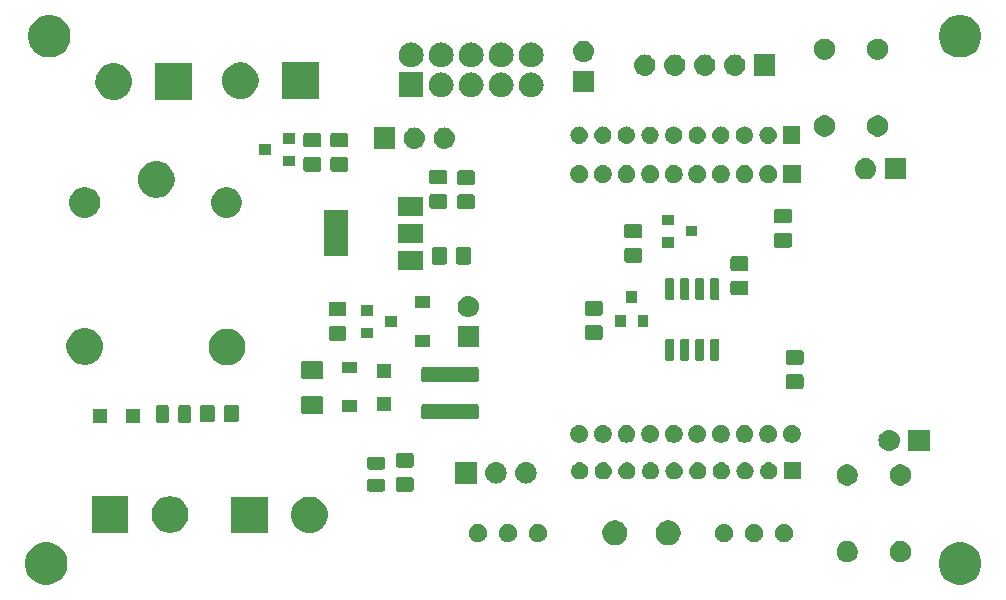
<source format=gts>
%TF.GenerationSoftware,KiCad,Pcbnew,5.1.4-e60b266~84~ubuntu18.04.1*%
%TF.CreationDate,2019-10-21T10:52:58-03:00*%
%TF.ProjectId,Xbee,58626565-2e6b-4696-9361-645f70636258,rev?*%
%TF.SameCoordinates,Original*%
%TF.FileFunction,Soldermask,Top*%
%TF.FilePolarity,Negative*%
%FSLAX46Y46*%
G04 Gerber Fmt 4.6, Leading zero omitted, Abs format (unit mm)*
G04 Created by KiCad (PCBNEW 5.1.4-e60b266~84~ubuntu18.04.1) date 2019-10-21 10:52:58*
%MOMM*%
%LPD*%
G04 APERTURE LIST*
%ADD10C,0.150000*%
G04 APERTURE END LIST*
D10*
G36*
X160525331Y-75693211D02*
G01*
X160853092Y-75828974D01*
X161148070Y-76026072D01*
X161398928Y-76276930D01*
X161596026Y-76571908D01*
X161731789Y-76899669D01*
X161801000Y-77247616D01*
X161801000Y-77602384D01*
X161731789Y-77950331D01*
X161596026Y-78278092D01*
X161398928Y-78573070D01*
X161148070Y-78823928D01*
X160853092Y-79021026D01*
X160525331Y-79156789D01*
X160177384Y-79226000D01*
X159822616Y-79226000D01*
X159474669Y-79156789D01*
X159146908Y-79021026D01*
X158851930Y-78823928D01*
X158601072Y-78573070D01*
X158403974Y-78278092D01*
X158268211Y-77950331D01*
X158199000Y-77602384D01*
X158199000Y-77247616D01*
X158268211Y-76899669D01*
X158403974Y-76571908D01*
X158601072Y-76276930D01*
X158851930Y-76026072D01*
X159146908Y-75828974D01*
X159474669Y-75693211D01*
X159822616Y-75624000D01*
X160177384Y-75624000D01*
X160525331Y-75693211D01*
X160525331Y-75693211D01*
G37*
G36*
X83150331Y-75693211D02*
G01*
X83478092Y-75828974D01*
X83773070Y-76026072D01*
X84023928Y-76276930D01*
X84221026Y-76571908D01*
X84356789Y-76899669D01*
X84426000Y-77247616D01*
X84426000Y-77602384D01*
X84356789Y-77950331D01*
X84221026Y-78278092D01*
X84023928Y-78573070D01*
X83773070Y-78823928D01*
X83478092Y-79021026D01*
X83150331Y-79156789D01*
X82802384Y-79226000D01*
X82447616Y-79226000D01*
X82099669Y-79156789D01*
X81771908Y-79021026D01*
X81476930Y-78823928D01*
X81226072Y-78573070D01*
X81028974Y-78278092D01*
X80893211Y-77950331D01*
X80824000Y-77602384D01*
X80824000Y-77247616D01*
X80893211Y-76899669D01*
X81028974Y-76571908D01*
X81226072Y-76276930D01*
X81476930Y-76026072D01*
X81771908Y-75828974D01*
X82099669Y-75693211D01*
X82447616Y-75624000D01*
X82802384Y-75624000D01*
X83150331Y-75693211D01*
X83150331Y-75693211D01*
G37*
G36*
X155063512Y-75528927D02*
G01*
X155212812Y-75558624D01*
X155376784Y-75626544D01*
X155524354Y-75725147D01*
X155649853Y-75850646D01*
X155748456Y-75998216D01*
X155816376Y-76162188D01*
X155851000Y-76336259D01*
X155851000Y-76513741D01*
X155816376Y-76687812D01*
X155748456Y-76851784D01*
X155649853Y-76999354D01*
X155524354Y-77124853D01*
X155376784Y-77223456D01*
X155212812Y-77291376D01*
X155063512Y-77321073D01*
X155038742Y-77326000D01*
X154861258Y-77326000D01*
X154836488Y-77321073D01*
X154687188Y-77291376D01*
X154523216Y-77223456D01*
X154375646Y-77124853D01*
X154250147Y-76999354D01*
X154151544Y-76851784D01*
X154083624Y-76687812D01*
X154049000Y-76513741D01*
X154049000Y-76336259D01*
X154083624Y-76162188D01*
X154151544Y-75998216D01*
X154250147Y-75850646D01*
X154375646Y-75725147D01*
X154523216Y-75626544D01*
X154687188Y-75558624D01*
X154836488Y-75528927D01*
X154861258Y-75524000D01*
X155038742Y-75524000D01*
X155063512Y-75528927D01*
X155063512Y-75528927D01*
G37*
G36*
X150563512Y-75528927D02*
G01*
X150712812Y-75558624D01*
X150876784Y-75626544D01*
X151024354Y-75725147D01*
X151149853Y-75850646D01*
X151248456Y-75998216D01*
X151316376Y-76162188D01*
X151351000Y-76336259D01*
X151351000Y-76513741D01*
X151316376Y-76687812D01*
X151248456Y-76851784D01*
X151149853Y-76999354D01*
X151024354Y-77124853D01*
X150876784Y-77223456D01*
X150712812Y-77291376D01*
X150563512Y-77321073D01*
X150538742Y-77326000D01*
X150361258Y-77326000D01*
X150336488Y-77321073D01*
X150187188Y-77291376D01*
X150023216Y-77223456D01*
X149875646Y-77124853D01*
X149750147Y-76999354D01*
X149651544Y-76851784D01*
X149583624Y-76687812D01*
X149549000Y-76513741D01*
X149549000Y-76336259D01*
X149583624Y-76162188D01*
X149651544Y-75998216D01*
X149750147Y-75850646D01*
X149875646Y-75725147D01*
X150023216Y-75626544D01*
X150187188Y-75558624D01*
X150336488Y-75528927D01*
X150361258Y-75524000D01*
X150538742Y-75524000D01*
X150563512Y-75528927D01*
X150563512Y-75528927D01*
G37*
G36*
X131081564Y-73814389D02*
G01*
X131272833Y-73893615D01*
X131272835Y-73893616D01*
X131444973Y-74008635D01*
X131591365Y-74155027D01*
X131663981Y-74263704D01*
X131706385Y-74327167D01*
X131785611Y-74518436D01*
X131826000Y-74721484D01*
X131826000Y-74928516D01*
X131785611Y-75131564D01*
X131706944Y-75321483D01*
X131706384Y-75322835D01*
X131591365Y-75494973D01*
X131444973Y-75641365D01*
X131272835Y-75756384D01*
X131272834Y-75756385D01*
X131272833Y-75756385D01*
X131081564Y-75835611D01*
X130878516Y-75876000D01*
X130671484Y-75876000D01*
X130468436Y-75835611D01*
X130277167Y-75756385D01*
X130277166Y-75756385D01*
X130277165Y-75756384D01*
X130105027Y-75641365D01*
X129958635Y-75494973D01*
X129843616Y-75322835D01*
X129843056Y-75321483D01*
X129764389Y-75131564D01*
X129724000Y-74928516D01*
X129724000Y-74721484D01*
X129764389Y-74518436D01*
X129843615Y-74327167D01*
X129886020Y-74263704D01*
X129958635Y-74155027D01*
X130105027Y-74008635D01*
X130277165Y-73893616D01*
X130277167Y-73893615D01*
X130468436Y-73814389D01*
X130671484Y-73774000D01*
X130878516Y-73774000D01*
X131081564Y-73814389D01*
X131081564Y-73814389D01*
G37*
G36*
X135606564Y-73814389D02*
G01*
X135797833Y-73893615D01*
X135797835Y-73893616D01*
X135969973Y-74008635D01*
X136116365Y-74155027D01*
X136188981Y-74263704D01*
X136231385Y-74327167D01*
X136310611Y-74518436D01*
X136351000Y-74721484D01*
X136351000Y-74928516D01*
X136310611Y-75131564D01*
X136231944Y-75321483D01*
X136231384Y-75322835D01*
X136116365Y-75494973D01*
X135969973Y-75641365D01*
X135797835Y-75756384D01*
X135797834Y-75756385D01*
X135797833Y-75756385D01*
X135606564Y-75835611D01*
X135403516Y-75876000D01*
X135196484Y-75876000D01*
X134993436Y-75835611D01*
X134802167Y-75756385D01*
X134802166Y-75756385D01*
X134802165Y-75756384D01*
X134630027Y-75641365D01*
X134483635Y-75494973D01*
X134368616Y-75322835D01*
X134368056Y-75321483D01*
X134289389Y-75131564D01*
X134249000Y-74928516D01*
X134249000Y-74721484D01*
X134289389Y-74518436D01*
X134368615Y-74327167D01*
X134411020Y-74263704D01*
X134483635Y-74155027D01*
X134630027Y-74008635D01*
X134802165Y-73893616D01*
X134802167Y-73893615D01*
X134993436Y-73814389D01*
X135196484Y-73774000D01*
X135403516Y-73774000D01*
X135606564Y-73814389D01*
X135606564Y-73814389D01*
G37*
G36*
X142695589Y-74068876D02*
G01*
X142794893Y-74088629D01*
X142935206Y-74146748D01*
X143061484Y-74231125D01*
X143168875Y-74338516D01*
X143253252Y-74464794D01*
X143311371Y-74605107D01*
X143341000Y-74754063D01*
X143341000Y-74905937D01*
X143311371Y-75054893D01*
X143253252Y-75195206D01*
X143168875Y-75321484D01*
X143061484Y-75428875D01*
X142935206Y-75513252D01*
X142794893Y-75571371D01*
X142695589Y-75591124D01*
X142645938Y-75601000D01*
X142494062Y-75601000D01*
X142444411Y-75591124D01*
X142345107Y-75571371D01*
X142204794Y-75513252D01*
X142078516Y-75428875D01*
X141971125Y-75321484D01*
X141886748Y-75195206D01*
X141828629Y-75054893D01*
X141799000Y-74905937D01*
X141799000Y-74754063D01*
X141828629Y-74605107D01*
X141886748Y-74464794D01*
X141971125Y-74338516D01*
X142078516Y-74231125D01*
X142204794Y-74146748D01*
X142345107Y-74088629D01*
X142444411Y-74068876D01*
X142494062Y-74059000D01*
X142645938Y-74059000D01*
X142695589Y-74068876D01*
X142695589Y-74068876D01*
G37*
G36*
X119295589Y-74068876D02*
G01*
X119394893Y-74088629D01*
X119535206Y-74146748D01*
X119661484Y-74231125D01*
X119768875Y-74338516D01*
X119853252Y-74464794D01*
X119911371Y-74605107D01*
X119941000Y-74754063D01*
X119941000Y-74905937D01*
X119911371Y-75054893D01*
X119853252Y-75195206D01*
X119768875Y-75321484D01*
X119661484Y-75428875D01*
X119535206Y-75513252D01*
X119394893Y-75571371D01*
X119295589Y-75591124D01*
X119245938Y-75601000D01*
X119094062Y-75601000D01*
X119044411Y-75591124D01*
X118945107Y-75571371D01*
X118804794Y-75513252D01*
X118678516Y-75428875D01*
X118571125Y-75321484D01*
X118486748Y-75195206D01*
X118428629Y-75054893D01*
X118399000Y-74905937D01*
X118399000Y-74754063D01*
X118428629Y-74605107D01*
X118486748Y-74464794D01*
X118571125Y-74338516D01*
X118678516Y-74231125D01*
X118804794Y-74146748D01*
X118945107Y-74088629D01*
X119044411Y-74068876D01*
X119094062Y-74059000D01*
X119245938Y-74059000D01*
X119295589Y-74068876D01*
X119295589Y-74068876D01*
G37*
G36*
X121835589Y-74068876D02*
G01*
X121934893Y-74088629D01*
X122075206Y-74146748D01*
X122201484Y-74231125D01*
X122308875Y-74338516D01*
X122393252Y-74464794D01*
X122451371Y-74605107D01*
X122481000Y-74754063D01*
X122481000Y-74905937D01*
X122451371Y-75054893D01*
X122393252Y-75195206D01*
X122308875Y-75321484D01*
X122201484Y-75428875D01*
X122075206Y-75513252D01*
X121934893Y-75571371D01*
X121835589Y-75591124D01*
X121785938Y-75601000D01*
X121634062Y-75601000D01*
X121584411Y-75591124D01*
X121485107Y-75571371D01*
X121344794Y-75513252D01*
X121218516Y-75428875D01*
X121111125Y-75321484D01*
X121026748Y-75195206D01*
X120968629Y-75054893D01*
X120939000Y-74905937D01*
X120939000Y-74754063D01*
X120968629Y-74605107D01*
X121026748Y-74464794D01*
X121111125Y-74338516D01*
X121218516Y-74231125D01*
X121344794Y-74146748D01*
X121485107Y-74088629D01*
X121584411Y-74068876D01*
X121634062Y-74059000D01*
X121785938Y-74059000D01*
X121835589Y-74068876D01*
X121835589Y-74068876D01*
G37*
G36*
X124375589Y-74068876D02*
G01*
X124474893Y-74088629D01*
X124615206Y-74146748D01*
X124741484Y-74231125D01*
X124848875Y-74338516D01*
X124933252Y-74464794D01*
X124991371Y-74605107D01*
X125021000Y-74754063D01*
X125021000Y-74905937D01*
X124991371Y-75054893D01*
X124933252Y-75195206D01*
X124848875Y-75321484D01*
X124741484Y-75428875D01*
X124615206Y-75513252D01*
X124474893Y-75571371D01*
X124375589Y-75591124D01*
X124325938Y-75601000D01*
X124174062Y-75601000D01*
X124124411Y-75591124D01*
X124025107Y-75571371D01*
X123884794Y-75513252D01*
X123758516Y-75428875D01*
X123651125Y-75321484D01*
X123566748Y-75195206D01*
X123508629Y-75054893D01*
X123479000Y-74905937D01*
X123479000Y-74754063D01*
X123508629Y-74605107D01*
X123566748Y-74464794D01*
X123651125Y-74338516D01*
X123758516Y-74231125D01*
X123884794Y-74146748D01*
X124025107Y-74088629D01*
X124124411Y-74068876D01*
X124174062Y-74059000D01*
X124325938Y-74059000D01*
X124375589Y-74068876D01*
X124375589Y-74068876D01*
G37*
G36*
X140155589Y-74068876D02*
G01*
X140254893Y-74088629D01*
X140395206Y-74146748D01*
X140521484Y-74231125D01*
X140628875Y-74338516D01*
X140713252Y-74464794D01*
X140771371Y-74605107D01*
X140801000Y-74754063D01*
X140801000Y-74905937D01*
X140771371Y-75054893D01*
X140713252Y-75195206D01*
X140628875Y-75321484D01*
X140521484Y-75428875D01*
X140395206Y-75513252D01*
X140254893Y-75571371D01*
X140155589Y-75591124D01*
X140105938Y-75601000D01*
X139954062Y-75601000D01*
X139904411Y-75591124D01*
X139805107Y-75571371D01*
X139664794Y-75513252D01*
X139538516Y-75428875D01*
X139431125Y-75321484D01*
X139346748Y-75195206D01*
X139288629Y-75054893D01*
X139259000Y-74905937D01*
X139259000Y-74754063D01*
X139288629Y-74605107D01*
X139346748Y-74464794D01*
X139431125Y-74338516D01*
X139538516Y-74231125D01*
X139664794Y-74146748D01*
X139805107Y-74088629D01*
X139904411Y-74068876D01*
X139954062Y-74059000D01*
X140105938Y-74059000D01*
X140155589Y-74068876D01*
X140155589Y-74068876D01*
G37*
G36*
X145235589Y-74068876D02*
G01*
X145334893Y-74088629D01*
X145475206Y-74146748D01*
X145601484Y-74231125D01*
X145708875Y-74338516D01*
X145793252Y-74464794D01*
X145851371Y-74605107D01*
X145881000Y-74754063D01*
X145881000Y-74905937D01*
X145851371Y-75054893D01*
X145793252Y-75195206D01*
X145708875Y-75321484D01*
X145601484Y-75428875D01*
X145475206Y-75513252D01*
X145334893Y-75571371D01*
X145235589Y-75591124D01*
X145185938Y-75601000D01*
X145034062Y-75601000D01*
X144984411Y-75591124D01*
X144885107Y-75571371D01*
X144744794Y-75513252D01*
X144618516Y-75428875D01*
X144511125Y-75321484D01*
X144426748Y-75195206D01*
X144368629Y-75054893D01*
X144339000Y-74905937D01*
X144339000Y-74754063D01*
X144368629Y-74605107D01*
X144426748Y-74464794D01*
X144511125Y-74338516D01*
X144618516Y-74231125D01*
X144744794Y-74146748D01*
X144885107Y-74088629D01*
X144984411Y-74068876D01*
X145034062Y-74059000D01*
X145185938Y-74059000D01*
X145235589Y-74068876D01*
X145235589Y-74068876D01*
G37*
G36*
X101376000Y-74851000D02*
G01*
X98274000Y-74851000D01*
X98274000Y-71749000D01*
X101376000Y-71749000D01*
X101376000Y-74851000D01*
X101376000Y-74851000D01*
G37*
G36*
X105207585Y-71778802D02*
G01*
X105357410Y-71808604D01*
X105639674Y-71925521D01*
X105893705Y-72095259D01*
X106109741Y-72311295D01*
X106279479Y-72565326D01*
X106396396Y-72847590D01*
X106456000Y-73147240D01*
X106456000Y-73452760D01*
X106396396Y-73752410D01*
X106279479Y-74034674D01*
X106109741Y-74288705D01*
X105893705Y-74504741D01*
X105639674Y-74674479D01*
X105357410Y-74791396D01*
X105207585Y-74821198D01*
X105057761Y-74851000D01*
X104752239Y-74851000D01*
X104602415Y-74821198D01*
X104452590Y-74791396D01*
X104170326Y-74674479D01*
X103916295Y-74504741D01*
X103700259Y-74288705D01*
X103530521Y-74034674D01*
X103413604Y-73752410D01*
X103354000Y-73452760D01*
X103354000Y-73147240D01*
X103413604Y-72847590D01*
X103530521Y-72565326D01*
X103700259Y-72311295D01*
X103916295Y-72095259D01*
X104170326Y-71925521D01*
X104452590Y-71808604D01*
X104602415Y-71778802D01*
X104752239Y-71749000D01*
X105057761Y-71749000D01*
X105207585Y-71778802D01*
X105207585Y-71778802D01*
G37*
G36*
X89576000Y-74826000D02*
G01*
X86474000Y-74826000D01*
X86474000Y-71724000D01*
X89576000Y-71724000D01*
X89576000Y-74826000D01*
X89576000Y-74826000D01*
G37*
G36*
X93383444Y-71749000D02*
G01*
X93557410Y-71783604D01*
X93839674Y-71900521D01*
X94093705Y-72070259D01*
X94309741Y-72286295D01*
X94479479Y-72540326D01*
X94596396Y-72822590D01*
X94656000Y-73122240D01*
X94656000Y-73427760D01*
X94596396Y-73727410D01*
X94479479Y-74009674D01*
X94309741Y-74263705D01*
X94093705Y-74479741D01*
X93839674Y-74649479D01*
X93557410Y-74766396D01*
X93431726Y-74791396D01*
X93257761Y-74826000D01*
X92952239Y-74826000D01*
X92778274Y-74791396D01*
X92652590Y-74766396D01*
X92370326Y-74649479D01*
X92116295Y-74479741D01*
X91900259Y-74263705D01*
X91730521Y-74009674D01*
X91613604Y-73727410D01*
X91554000Y-73427760D01*
X91554000Y-73122240D01*
X91613604Y-72822590D01*
X91730521Y-72540326D01*
X91900259Y-72286295D01*
X92116295Y-72070259D01*
X92370326Y-71900521D01*
X92652590Y-71783604D01*
X92826556Y-71749000D01*
X92952239Y-71724000D01*
X93257761Y-71724000D01*
X93383444Y-71749000D01*
X93383444Y-71749000D01*
G37*
G36*
X113572554Y-70098305D02*
G01*
X113610247Y-70109739D01*
X113644983Y-70128306D01*
X113675428Y-70153292D01*
X113700414Y-70183737D01*
X113718981Y-70218473D01*
X113730415Y-70256166D01*
X113734880Y-70301501D01*
X113734880Y-71138179D01*
X113730415Y-71183514D01*
X113718981Y-71221207D01*
X113700414Y-71255943D01*
X113675428Y-71286388D01*
X113644983Y-71311374D01*
X113610247Y-71329941D01*
X113572554Y-71341375D01*
X113527219Y-71345840D01*
X112440541Y-71345840D01*
X112395206Y-71341375D01*
X112357513Y-71329941D01*
X112322777Y-71311374D01*
X112292332Y-71286388D01*
X112267346Y-71255943D01*
X112248779Y-71221207D01*
X112237345Y-71183514D01*
X112232880Y-71138179D01*
X112232880Y-70301501D01*
X112237345Y-70256166D01*
X112248779Y-70218473D01*
X112267346Y-70183737D01*
X112292332Y-70153292D01*
X112322777Y-70128306D01*
X112357513Y-70109739D01*
X112395206Y-70098305D01*
X112440541Y-70093840D01*
X113527219Y-70093840D01*
X113572554Y-70098305D01*
X113572554Y-70098305D01*
G37*
G36*
X111148348Y-70268405D02*
G01*
X111187018Y-70280136D01*
X111222657Y-70299186D01*
X111253897Y-70324823D01*
X111279534Y-70356063D01*
X111298584Y-70391702D01*
X111310315Y-70430372D01*
X111314880Y-70476728D01*
X111314880Y-71127952D01*
X111310315Y-71174308D01*
X111298584Y-71212978D01*
X111279534Y-71248617D01*
X111253897Y-71279857D01*
X111222657Y-71305494D01*
X111187018Y-71324544D01*
X111148348Y-71336275D01*
X111101992Y-71340840D01*
X110025768Y-71340840D01*
X109979412Y-71336275D01*
X109940742Y-71324544D01*
X109905103Y-71305494D01*
X109873863Y-71279857D01*
X109848226Y-71248617D01*
X109829176Y-71212978D01*
X109817445Y-71174308D01*
X109812880Y-71127952D01*
X109812880Y-70476728D01*
X109817445Y-70430372D01*
X109829176Y-70391702D01*
X109848226Y-70356063D01*
X109873863Y-70324823D01*
X109905103Y-70299186D01*
X109940742Y-70280136D01*
X109979412Y-70268405D01*
X110025768Y-70263840D01*
X111101992Y-70263840D01*
X111148348Y-70268405D01*
X111148348Y-70268405D01*
G37*
G36*
X155063512Y-69028927D02*
G01*
X155212812Y-69058624D01*
X155376784Y-69126544D01*
X155524354Y-69225147D01*
X155649853Y-69350646D01*
X155748456Y-69498216D01*
X155816376Y-69662188D01*
X155851000Y-69836259D01*
X155851000Y-70013741D01*
X155816376Y-70187812D01*
X155748456Y-70351784D01*
X155649853Y-70499354D01*
X155524354Y-70624853D01*
X155376784Y-70723456D01*
X155212812Y-70791376D01*
X155063512Y-70821073D01*
X155038742Y-70826000D01*
X154861258Y-70826000D01*
X154836488Y-70821073D01*
X154687188Y-70791376D01*
X154523216Y-70723456D01*
X154375646Y-70624853D01*
X154250147Y-70499354D01*
X154151544Y-70351784D01*
X154083624Y-70187812D01*
X154049000Y-70013741D01*
X154049000Y-69836259D01*
X154083624Y-69662188D01*
X154151544Y-69498216D01*
X154250147Y-69350646D01*
X154375646Y-69225147D01*
X154523216Y-69126544D01*
X154687188Y-69058624D01*
X154836488Y-69028927D01*
X154861258Y-69024000D01*
X155038742Y-69024000D01*
X155063512Y-69028927D01*
X155063512Y-69028927D01*
G37*
G36*
X150563512Y-69028927D02*
G01*
X150712812Y-69058624D01*
X150876784Y-69126544D01*
X151024354Y-69225147D01*
X151149853Y-69350646D01*
X151248456Y-69498216D01*
X151316376Y-69662188D01*
X151351000Y-69836259D01*
X151351000Y-70013741D01*
X151316376Y-70187812D01*
X151248456Y-70351784D01*
X151149853Y-70499354D01*
X151024354Y-70624853D01*
X150876784Y-70723456D01*
X150712812Y-70791376D01*
X150563512Y-70821073D01*
X150538742Y-70826000D01*
X150361258Y-70826000D01*
X150336488Y-70821073D01*
X150187188Y-70791376D01*
X150023216Y-70723456D01*
X149875646Y-70624853D01*
X149750147Y-70499354D01*
X149651544Y-70351784D01*
X149583624Y-70187812D01*
X149549000Y-70013741D01*
X149549000Y-69836259D01*
X149583624Y-69662188D01*
X149651544Y-69498216D01*
X149750147Y-69350646D01*
X149875646Y-69225147D01*
X150023216Y-69126544D01*
X150187188Y-69058624D01*
X150336488Y-69028927D01*
X150361258Y-69024000D01*
X150538742Y-69024000D01*
X150563512Y-69028927D01*
X150563512Y-69028927D01*
G37*
G36*
X119071000Y-70651000D02*
G01*
X117269000Y-70651000D01*
X117269000Y-68849000D01*
X119071000Y-68849000D01*
X119071000Y-70651000D01*
X119071000Y-70651000D01*
G37*
G36*
X120820443Y-68855519D02*
G01*
X120886627Y-68862037D01*
X121056466Y-68913557D01*
X121212991Y-68997222D01*
X121245214Y-69023667D01*
X121350186Y-69109814D01*
X121405377Y-69177066D01*
X121462778Y-69247009D01*
X121546443Y-69403534D01*
X121597963Y-69573373D01*
X121615359Y-69750000D01*
X121597963Y-69926627D01*
X121546443Y-70096466D01*
X121462778Y-70252991D01*
X121437054Y-70284335D01*
X121350186Y-70390186D01*
X121248729Y-70473448D01*
X121212991Y-70502778D01*
X121056466Y-70586443D01*
X120886627Y-70637963D01*
X120820443Y-70644481D01*
X120754260Y-70651000D01*
X120665740Y-70651000D01*
X120599557Y-70644481D01*
X120533373Y-70637963D01*
X120363534Y-70586443D01*
X120207009Y-70502778D01*
X120171271Y-70473448D01*
X120069814Y-70390186D01*
X119982946Y-70284335D01*
X119957222Y-70252991D01*
X119873557Y-70096466D01*
X119822037Y-69926627D01*
X119804641Y-69750000D01*
X119822037Y-69573373D01*
X119873557Y-69403534D01*
X119957222Y-69247009D01*
X120014623Y-69177066D01*
X120069814Y-69109814D01*
X120174786Y-69023667D01*
X120207009Y-68997222D01*
X120363534Y-68913557D01*
X120533373Y-68862037D01*
X120599557Y-68855519D01*
X120665740Y-68849000D01*
X120754260Y-68849000D01*
X120820443Y-68855519D01*
X120820443Y-68855519D01*
G37*
G36*
X123360443Y-68855519D02*
G01*
X123426627Y-68862037D01*
X123596466Y-68913557D01*
X123752991Y-68997222D01*
X123785214Y-69023667D01*
X123890186Y-69109814D01*
X123945377Y-69177066D01*
X124002778Y-69247009D01*
X124086443Y-69403534D01*
X124137963Y-69573373D01*
X124155359Y-69750000D01*
X124137963Y-69926627D01*
X124086443Y-70096466D01*
X124002778Y-70252991D01*
X123977054Y-70284335D01*
X123890186Y-70390186D01*
X123788729Y-70473448D01*
X123752991Y-70502778D01*
X123596466Y-70586443D01*
X123426627Y-70637963D01*
X123360443Y-70644481D01*
X123294260Y-70651000D01*
X123205740Y-70651000D01*
X123139557Y-70644481D01*
X123073373Y-70637963D01*
X122903534Y-70586443D01*
X122747009Y-70502778D01*
X122711271Y-70473448D01*
X122609814Y-70390186D01*
X122522946Y-70284335D01*
X122497222Y-70252991D01*
X122413557Y-70096466D01*
X122362037Y-69926627D01*
X122344641Y-69750000D01*
X122362037Y-69573373D01*
X122413557Y-69403534D01*
X122497222Y-69247009D01*
X122554623Y-69177066D01*
X122609814Y-69109814D01*
X122714786Y-69023667D01*
X122747009Y-68997222D01*
X122903534Y-68913557D01*
X123073373Y-68862037D01*
X123139557Y-68855519D01*
X123205740Y-68849000D01*
X123294260Y-68849000D01*
X123360443Y-68855519D01*
X123360443Y-68855519D01*
G37*
G36*
X139866253Y-68859862D02*
G01*
X139937361Y-68866865D01*
X140074212Y-68908379D01*
X140074215Y-68908380D01*
X140200334Y-68975792D01*
X140310883Y-69066517D01*
X140401608Y-69177066D01*
X140469020Y-69303185D01*
X140469021Y-69303188D01*
X140510535Y-69440039D01*
X140524552Y-69582360D01*
X140510535Y-69724681D01*
X140469021Y-69861532D01*
X140469020Y-69861535D01*
X140401608Y-69987654D01*
X140310883Y-70098203D01*
X140200334Y-70188928D01*
X140074215Y-70256340D01*
X140074212Y-70256341D01*
X139937361Y-70297855D01*
X139866253Y-70304858D01*
X139830700Y-70308360D01*
X139759380Y-70308360D01*
X139723827Y-70304858D01*
X139652719Y-70297855D01*
X139515868Y-70256341D01*
X139515865Y-70256340D01*
X139389746Y-70188928D01*
X139279197Y-70098203D01*
X139188472Y-69987654D01*
X139121060Y-69861535D01*
X139121059Y-69861532D01*
X139079545Y-69724681D01*
X139065528Y-69582360D01*
X139079545Y-69440039D01*
X139121059Y-69303188D01*
X139121060Y-69303185D01*
X139188472Y-69177066D01*
X139279197Y-69066517D01*
X139389746Y-68975792D01*
X139515865Y-68908380D01*
X139515868Y-68908379D01*
X139652719Y-68866865D01*
X139723827Y-68859862D01*
X139759380Y-68856360D01*
X139830700Y-68856360D01*
X139866253Y-68859862D01*
X139866253Y-68859862D01*
G37*
G36*
X146521040Y-70308360D02*
G01*
X145069040Y-70308360D01*
X145069040Y-68856360D01*
X146521040Y-68856360D01*
X146521040Y-70308360D01*
X146521040Y-70308360D01*
G37*
G36*
X143866253Y-68859862D02*
G01*
X143937361Y-68866865D01*
X144074212Y-68908379D01*
X144074215Y-68908380D01*
X144200334Y-68975792D01*
X144310883Y-69066517D01*
X144401608Y-69177066D01*
X144469020Y-69303185D01*
X144469021Y-69303188D01*
X144510535Y-69440039D01*
X144524552Y-69582360D01*
X144510535Y-69724681D01*
X144469021Y-69861532D01*
X144469020Y-69861535D01*
X144401608Y-69987654D01*
X144310883Y-70098203D01*
X144200334Y-70188928D01*
X144074215Y-70256340D01*
X144074212Y-70256341D01*
X143937361Y-70297855D01*
X143866253Y-70304858D01*
X143830700Y-70308360D01*
X143759380Y-70308360D01*
X143723827Y-70304858D01*
X143652719Y-70297855D01*
X143515868Y-70256341D01*
X143515865Y-70256340D01*
X143389746Y-70188928D01*
X143279197Y-70098203D01*
X143188472Y-69987654D01*
X143121060Y-69861535D01*
X143121059Y-69861532D01*
X143079545Y-69724681D01*
X143065528Y-69582360D01*
X143079545Y-69440039D01*
X143121059Y-69303188D01*
X143121060Y-69303185D01*
X143188472Y-69177066D01*
X143279197Y-69066517D01*
X143389746Y-68975792D01*
X143515865Y-68908380D01*
X143515868Y-68908379D01*
X143652719Y-68866865D01*
X143723827Y-68859862D01*
X143759380Y-68856360D01*
X143830700Y-68856360D01*
X143866253Y-68859862D01*
X143866253Y-68859862D01*
G37*
G36*
X137866253Y-68859862D02*
G01*
X137937361Y-68866865D01*
X138074212Y-68908379D01*
X138074215Y-68908380D01*
X138200334Y-68975792D01*
X138310883Y-69066517D01*
X138401608Y-69177066D01*
X138469020Y-69303185D01*
X138469021Y-69303188D01*
X138510535Y-69440039D01*
X138524552Y-69582360D01*
X138510535Y-69724681D01*
X138469021Y-69861532D01*
X138469020Y-69861535D01*
X138401608Y-69987654D01*
X138310883Y-70098203D01*
X138200334Y-70188928D01*
X138074215Y-70256340D01*
X138074212Y-70256341D01*
X137937361Y-70297855D01*
X137866253Y-70304858D01*
X137830700Y-70308360D01*
X137759380Y-70308360D01*
X137723827Y-70304858D01*
X137652719Y-70297855D01*
X137515868Y-70256341D01*
X137515865Y-70256340D01*
X137389746Y-70188928D01*
X137279197Y-70098203D01*
X137188472Y-69987654D01*
X137121060Y-69861535D01*
X137121059Y-69861532D01*
X137079545Y-69724681D01*
X137065528Y-69582360D01*
X137079545Y-69440039D01*
X137121059Y-69303188D01*
X137121060Y-69303185D01*
X137188472Y-69177066D01*
X137279197Y-69066517D01*
X137389746Y-68975792D01*
X137515865Y-68908380D01*
X137515868Y-68908379D01*
X137652719Y-68866865D01*
X137723827Y-68859862D01*
X137759380Y-68856360D01*
X137830700Y-68856360D01*
X137866253Y-68859862D01*
X137866253Y-68859862D01*
G37*
G36*
X135866253Y-68859862D02*
G01*
X135937361Y-68866865D01*
X136074212Y-68908379D01*
X136074215Y-68908380D01*
X136200334Y-68975792D01*
X136310883Y-69066517D01*
X136401608Y-69177066D01*
X136469020Y-69303185D01*
X136469021Y-69303188D01*
X136510535Y-69440039D01*
X136524552Y-69582360D01*
X136510535Y-69724681D01*
X136469021Y-69861532D01*
X136469020Y-69861535D01*
X136401608Y-69987654D01*
X136310883Y-70098203D01*
X136200334Y-70188928D01*
X136074215Y-70256340D01*
X136074212Y-70256341D01*
X135937361Y-70297855D01*
X135866253Y-70304858D01*
X135830700Y-70308360D01*
X135759380Y-70308360D01*
X135723827Y-70304858D01*
X135652719Y-70297855D01*
X135515868Y-70256341D01*
X135515865Y-70256340D01*
X135389746Y-70188928D01*
X135279197Y-70098203D01*
X135188472Y-69987654D01*
X135121060Y-69861535D01*
X135121059Y-69861532D01*
X135079545Y-69724681D01*
X135065528Y-69582360D01*
X135079545Y-69440039D01*
X135121059Y-69303188D01*
X135121060Y-69303185D01*
X135188472Y-69177066D01*
X135279197Y-69066517D01*
X135389746Y-68975792D01*
X135515865Y-68908380D01*
X135515868Y-68908379D01*
X135652719Y-68866865D01*
X135723827Y-68859862D01*
X135759380Y-68856360D01*
X135830700Y-68856360D01*
X135866253Y-68859862D01*
X135866253Y-68859862D01*
G37*
G36*
X133866253Y-68859862D02*
G01*
X133937361Y-68866865D01*
X134074212Y-68908379D01*
X134074215Y-68908380D01*
X134200334Y-68975792D01*
X134310883Y-69066517D01*
X134401608Y-69177066D01*
X134469020Y-69303185D01*
X134469021Y-69303188D01*
X134510535Y-69440039D01*
X134524552Y-69582360D01*
X134510535Y-69724681D01*
X134469021Y-69861532D01*
X134469020Y-69861535D01*
X134401608Y-69987654D01*
X134310883Y-70098203D01*
X134200334Y-70188928D01*
X134074215Y-70256340D01*
X134074212Y-70256341D01*
X133937361Y-70297855D01*
X133866253Y-70304858D01*
X133830700Y-70308360D01*
X133759380Y-70308360D01*
X133723827Y-70304858D01*
X133652719Y-70297855D01*
X133515868Y-70256341D01*
X133515865Y-70256340D01*
X133389746Y-70188928D01*
X133279197Y-70098203D01*
X133188472Y-69987654D01*
X133121060Y-69861535D01*
X133121059Y-69861532D01*
X133079545Y-69724681D01*
X133065528Y-69582360D01*
X133079545Y-69440039D01*
X133121059Y-69303188D01*
X133121060Y-69303185D01*
X133188472Y-69177066D01*
X133279197Y-69066517D01*
X133389746Y-68975792D01*
X133515865Y-68908380D01*
X133515868Y-68908379D01*
X133652719Y-68866865D01*
X133723827Y-68859862D01*
X133759380Y-68856360D01*
X133830700Y-68856360D01*
X133866253Y-68859862D01*
X133866253Y-68859862D01*
G37*
G36*
X131866253Y-68859862D02*
G01*
X131937361Y-68866865D01*
X132074212Y-68908379D01*
X132074215Y-68908380D01*
X132200334Y-68975792D01*
X132310883Y-69066517D01*
X132401608Y-69177066D01*
X132469020Y-69303185D01*
X132469021Y-69303188D01*
X132510535Y-69440039D01*
X132524552Y-69582360D01*
X132510535Y-69724681D01*
X132469021Y-69861532D01*
X132469020Y-69861535D01*
X132401608Y-69987654D01*
X132310883Y-70098203D01*
X132200334Y-70188928D01*
X132074215Y-70256340D01*
X132074212Y-70256341D01*
X131937361Y-70297855D01*
X131866253Y-70304858D01*
X131830700Y-70308360D01*
X131759380Y-70308360D01*
X131723827Y-70304858D01*
X131652719Y-70297855D01*
X131515868Y-70256341D01*
X131515865Y-70256340D01*
X131389746Y-70188928D01*
X131279197Y-70098203D01*
X131188472Y-69987654D01*
X131121060Y-69861535D01*
X131121059Y-69861532D01*
X131079545Y-69724681D01*
X131065528Y-69582360D01*
X131079545Y-69440039D01*
X131121059Y-69303188D01*
X131121060Y-69303185D01*
X131188472Y-69177066D01*
X131279197Y-69066517D01*
X131389746Y-68975792D01*
X131515865Y-68908380D01*
X131515868Y-68908379D01*
X131652719Y-68866865D01*
X131723827Y-68859862D01*
X131759380Y-68856360D01*
X131830700Y-68856360D01*
X131866253Y-68859862D01*
X131866253Y-68859862D01*
G37*
G36*
X129866253Y-68859862D02*
G01*
X129937361Y-68866865D01*
X130074212Y-68908379D01*
X130074215Y-68908380D01*
X130200334Y-68975792D01*
X130310883Y-69066517D01*
X130401608Y-69177066D01*
X130469020Y-69303185D01*
X130469021Y-69303188D01*
X130510535Y-69440039D01*
X130524552Y-69582360D01*
X130510535Y-69724681D01*
X130469021Y-69861532D01*
X130469020Y-69861535D01*
X130401608Y-69987654D01*
X130310883Y-70098203D01*
X130200334Y-70188928D01*
X130074215Y-70256340D01*
X130074212Y-70256341D01*
X129937361Y-70297855D01*
X129866253Y-70304858D01*
X129830700Y-70308360D01*
X129759380Y-70308360D01*
X129723827Y-70304858D01*
X129652719Y-70297855D01*
X129515868Y-70256341D01*
X129515865Y-70256340D01*
X129389746Y-70188928D01*
X129279197Y-70098203D01*
X129188472Y-69987654D01*
X129121060Y-69861535D01*
X129121059Y-69861532D01*
X129079545Y-69724681D01*
X129065528Y-69582360D01*
X129079545Y-69440039D01*
X129121059Y-69303188D01*
X129121060Y-69303185D01*
X129188472Y-69177066D01*
X129279197Y-69066517D01*
X129389746Y-68975792D01*
X129515865Y-68908380D01*
X129515868Y-68908379D01*
X129652719Y-68866865D01*
X129723827Y-68859862D01*
X129759380Y-68856360D01*
X129830700Y-68856360D01*
X129866253Y-68859862D01*
X129866253Y-68859862D01*
G37*
G36*
X127866253Y-68859862D02*
G01*
X127937361Y-68866865D01*
X128074212Y-68908379D01*
X128074215Y-68908380D01*
X128200334Y-68975792D01*
X128310883Y-69066517D01*
X128401608Y-69177066D01*
X128469020Y-69303185D01*
X128469021Y-69303188D01*
X128510535Y-69440039D01*
X128524552Y-69582360D01*
X128510535Y-69724681D01*
X128469021Y-69861532D01*
X128469020Y-69861535D01*
X128401608Y-69987654D01*
X128310883Y-70098203D01*
X128200334Y-70188928D01*
X128074215Y-70256340D01*
X128074212Y-70256341D01*
X127937361Y-70297855D01*
X127866253Y-70304858D01*
X127830700Y-70308360D01*
X127759380Y-70308360D01*
X127723827Y-70304858D01*
X127652719Y-70297855D01*
X127515868Y-70256341D01*
X127515865Y-70256340D01*
X127389746Y-70188928D01*
X127279197Y-70098203D01*
X127188472Y-69987654D01*
X127121060Y-69861535D01*
X127121059Y-69861532D01*
X127079545Y-69724681D01*
X127065528Y-69582360D01*
X127079545Y-69440039D01*
X127121059Y-69303188D01*
X127121060Y-69303185D01*
X127188472Y-69177066D01*
X127279197Y-69066517D01*
X127389746Y-68975792D01*
X127515865Y-68908380D01*
X127515868Y-68908379D01*
X127652719Y-68866865D01*
X127723827Y-68859862D01*
X127759380Y-68856360D01*
X127830700Y-68856360D01*
X127866253Y-68859862D01*
X127866253Y-68859862D01*
G37*
G36*
X141866253Y-68859862D02*
G01*
X141937361Y-68866865D01*
X142074212Y-68908379D01*
X142074215Y-68908380D01*
X142200334Y-68975792D01*
X142310883Y-69066517D01*
X142401608Y-69177066D01*
X142469020Y-69303185D01*
X142469021Y-69303188D01*
X142510535Y-69440039D01*
X142524552Y-69582360D01*
X142510535Y-69724681D01*
X142469021Y-69861532D01*
X142469020Y-69861535D01*
X142401608Y-69987654D01*
X142310883Y-70098203D01*
X142200334Y-70188928D01*
X142074215Y-70256340D01*
X142074212Y-70256341D01*
X141937361Y-70297855D01*
X141866253Y-70304858D01*
X141830700Y-70308360D01*
X141759380Y-70308360D01*
X141723827Y-70304858D01*
X141652719Y-70297855D01*
X141515868Y-70256341D01*
X141515865Y-70256340D01*
X141389746Y-70188928D01*
X141279197Y-70098203D01*
X141188472Y-69987654D01*
X141121060Y-69861535D01*
X141121059Y-69861532D01*
X141079545Y-69724681D01*
X141065528Y-69582360D01*
X141079545Y-69440039D01*
X141121059Y-69303188D01*
X141121060Y-69303185D01*
X141188472Y-69177066D01*
X141279197Y-69066517D01*
X141389746Y-68975792D01*
X141515865Y-68908380D01*
X141515868Y-68908379D01*
X141652719Y-68866865D01*
X141723827Y-68859862D01*
X141759380Y-68856360D01*
X141830700Y-68856360D01*
X141866253Y-68859862D01*
X141866253Y-68859862D01*
G37*
G36*
X111148348Y-68393405D02*
G01*
X111187018Y-68405136D01*
X111222657Y-68424186D01*
X111253897Y-68449823D01*
X111279534Y-68481063D01*
X111298584Y-68516702D01*
X111310315Y-68555372D01*
X111314880Y-68601728D01*
X111314880Y-69252952D01*
X111310315Y-69299308D01*
X111298584Y-69337978D01*
X111279534Y-69373617D01*
X111253897Y-69404857D01*
X111222657Y-69430494D01*
X111187018Y-69449544D01*
X111148348Y-69461275D01*
X111101992Y-69465840D01*
X110025768Y-69465840D01*
X109979412Y-69461275D01*
X109940742Y-69449544D01*
X109905103Y-69430494D01*
X109873863Y-69404857D01*
X109848226Y-69373617D01*
X109829176Y-69337978D01*
X109817445Y-69299308D01*
X109812880Y-69252952D01*
X109812880Y-68601728D01*
X109817445Y-68555372D01*
X109829176Y-68516702D01*
X109848226Y-68481063D01*
X109873863Y-68449823D01*
X109905103Y-68424186D01*
X109940742Y-68405136D01*
X109979412Y-68393405D01*
X110025768Y-68388840D01*
X111101992Y-68388840D01*
X111148348Y-68393405D01*
X111148348Y-68393405D01*
G37*
G36*
X113572554Y-68048305D02*
G01*
X113610247Y-68059739D01*
X113644983Y-68078306D01*
X113675428Y-68103292D01*
X113700414Y-68133737D01*
X113718981Y-68168473D01*
X113730415Y-68206166D01*
X113734880Y-68251501D01*
X113734880Y-69088179D01*
X113730415Y-69133514D01*
X113718981Y-69171207D01*
X113700414Y-69205943D01*
X113675428Y-69236388D01*
X113644983Y-69261374D01*
X113610247Y-69279941D01*
X113572554Y-69291375D01*
X113527219Y-69295840D01*
X112440541Y-69295840D01*
X112395206Y-69291375D01*
X112357513Y-69279941D01*
X112322777Y-69261374D01*
X112292332Y-69236388D01*
X112267346Y-69205943D01*
X112248779Y-69171207D01*
X112237345Y-69133514D01*
X112232880Y-69088179D01*
X112232880Y-68251501D01*
X112237345Y-68206166D01*
X112248779Y-68168473D01*
X112267346Y-68133737D01*
X112292332Y-68103292D01*
X112322777Y-68078306D01*
X112357513Y-68059739D01*
X112395206Y-68048305D01*
X112440541Y-68043840D01*
X113527219Y-68043840D01*
X113572554Y-68048305D01*
X113572554Y-68048305D01*
G37*
G36*
X157441000Y-67901000D02*
G01*
X155639000Y-67901000D01*
X155639000Y-66099000D01*
X157441000Y-66099000D01*
X157441000Y-67901000D01*
X157441000Y-67901000D01*
G37*
G36*
X154110443Y-66105519D02*
G01*
X154176627Y-66112037D01*
X154346466Y-66163557D01*
X154502991Y-66247222D01*
X154538729Y-66276552D01*
X154640186Y-66359814D01*
X154723448Y-66461271D01*
X154752778Y-66497009D01*
X154836443Y-66653534D01*
X154887963Y-66823373D01*
X154905359Y-67000000D01*
X154887963Y-67176627D01*
X154836443Y-67346466D01*
X154752778Y-67502991D01*
X154723448Y-67538729D01*
X154640186Y-67640186D01*
X154538729Y-67723448D01*
X154502991Y-67752778D01*
X154346466Y-67836443D01*
X154176627Y-67887963D01*
X154110442Y-67894482D01*
X154044260Y-67901000D01*
X153955740Y-67901000D01*
X153889558Y-67894482D01*
X153823373Y-67887963D01*
X153653534Y-67836443D01*
X153497009Y-67752778D01*
X153461271Y-67723448D01*
X153359814Y-67640186D01*
X153276552Y-67538729D01*
X153247222Y-67502991D01*
X153163557Y-67346466D01*
X153112037Y-67176627D01*
X153094641Y-67000000D01*
X153112037Y-66823373D01*
X153163557Y-66653534D01*
X153247222Y-66497009D01*
X153276552Y-66461271D01*
X153359814Y-66359814D01*
X153461271Y-66276552D01*
X153497009Y-66247222D01*
X153653534Y-66163557D01*
X153823373Y-66112037D01*
X153889557Y-66105519D01*
X153955740Y-66099000D01*
X154044260Y-66099000D01*
X154110443Y-66105519D01*
X154110443Y-66105519D01*
G37*
G36*
X127975699Y-65722580D02*
G01*
X128112372Y-65779192D01*
X128235375Y-65861380D01*
X128339980Y-65965985D01*
X128339981Y-65965987D01*
X128422169Y-66088990D01*
X128478780Y-66225661D01*
X128505465Y-66359815D01*
X128507640Y-66370753D01*
X128507640Y-66518687D01*
X128478780Y-66663779D01*
X128422168Y-66800452D01*
X128339980Y-66923455D01*
X128235375Y-67028060D01*
X128112372Y-67110248D01*
X128112371Y-67110249D01*
X128112370Y-67110249D01*
X127975699Y-67166860D01*
X127830608Y-67195720D01*
X127682672Y-67195720D01*
X127537581Y-67166860D01*
X127400910Y-67110249D01*
X127400909Y-67110249D01*
X127400908Y-67110248D01*
X127277905Y-67028060D01*
X127173300Y-66923455D01*
X127091112Y-66800452D01*
X127034500Y-66663779D01*
X127005640Y-66518687D01*
X127005640Y-66370753D01*
X127007816Y-66359815D01*
X127034500Y-66225661D01*
X127091111Y-66088990D01*
X127173299Y-65965987D01*
X127173300Y-65965985D01*
X127277905Y-65861380D01*
X127400908Y-65779192D01*
X127537581Y-65722580D01*
X127682672Y-65693720D01*
X127830608Y-65693720D01*
X127975699Y-65722580D01*
X127975699Y-65722580D01*
G37*
G36*
X131975699Y-65722580D02*
G01*
X132112372Y-65779192D01*
X132235375Y-65861380D01*
X132339980Y-65965985D01*
X132339981Y-65965987D01*
X132422169Y-66088990D01*
X132478780Y-66225661D01*
X132505465Y-66359815D01*
X132507640Y-66370753D01*
X132507640Y-66518687D01*
X132478780Y-66663779D01*
X132422168Y-66800452D01*
X132339980Y-66923455D01*
X132235375Y-67028060D01*
X132112372Y-67110248D01*
X132112371Y-67110249D01*
X132112370Y-67110249D01*
X131975699Y-67166860D01*
X131830608Y-67195720D01*
X131682672Y-67195720D01*
X131537581Y-67166860D01*
X131400910Y-67110249D01*
X131400909Y-67110249D01*
X131400908Y-67110248D01*
X131277905Y-67028060D01*
X131173300Y-66923455D01*
X131091112Y-66800452D01*
X131034500Y-66663779D01*
X131005640Y-66518687D01*
X131005640Y-66370753D01*
X131007816Y-66359815D01*
X131034500Y-66225661D01*
X131091111Y-66088990D01*
X131173299Y-65965987D01*
X131173300Y-65965985D01*
X131277905Y-65861380D01*
X131400908Y-65779192D01*
X131537581Y-65722580D01*
X131682672Y-65693720D01*
X131830608Y-65693720D01*
X131975699Y-65722580D01*
X131975699Y-65722580D01*
G37*
G36*
X141975699Y-65722580D02*
G01*
X142112372Y-65779192D01*
X142235375Y-65861380D01*
X142339980Y-65965985D01*
X142339981Y-65965987D01*
X142422169Y-66088990D01*
X142478780Y-66225661D01*
X142505465Y-66359815D01*
X142507640Y-66370753D01*
X142507640Y-66518687D01*
X142478780Y-66663779D01*
X142422168Y-66800452D01*
X142339980Y-66923455D01*
X142235375Y-67028060D01*
X142112372Y-67110248D01*
X142112371Y-67110249D01*
X142112370Y-67110249D01*
X141975699Y-67166860D01*
X141830608Y-67195720D01*
X141682672Y-67195720D01*
X141537581Y-67166860D01*
X141400910Y-67110249D01*
X141400909Y-67110249D01*
X141400908Y-67110248D01*
X141277905Y-67028060D01*
X141173300Y-66923455D01*
X141091112Y-66800452D01*
X141034500Y-66663779D01*
X141005640Y-66518687D01*
X141005640Y-66370753D01*
X141007816Y-66359815D01*
X141034500Y-66225661D01*
X141091111Y-66088990D01*
X141173299Y-65965987D01*
X141173300Y-65965985D01*
X141277905Y-65861380D01*
X141400908Y-65779192D01*
X141537581Y-65722580D01*
X141682672Y-65693720D01*
X141830608Y-65693720D01*
X141975699Y-65722580D01*
X141975699Y-65722580D01*
G37*
G36*
X143975699Y-65722580D02*
G01*
X144112372Y-65779192D01*
X144235375Y-65861380D01*
X144339980Y-65965985D01*
X144339981Y-65965987D01*
X144422169Y-66088990D01*
X144478780Y-66225661D01*
X144505465Y-66359815D01*
X144507640Y-66370753D01*
X144507640Y-66518687D01*
X144478780Y-66663779D01*
X144422168Y-66800452D01*
X144339980Y-66923455D01*
X144235375Y-67028060D01*
X144112372Y-67110248D01*
X144112371Y-67110249D01*
X144112370Y-67110249D01*
X143975699Y-67166860D01*
X143830608Y-67195720D01*
X143682672Y-67195720D01*
X143537581Y-67166860D01*
X143400910Y-67110249D01*
X143400909Y-67110249D01*
X143400908Y-67110248D01*
X143277905Y-67028060D01*
X143173300Y-66923455D01*
X143091112Y-66800452D01*
X143034500Y-66663779D01*
X143005640Y-66518687D01*
X143005640Y-66370753D01*
X143007816Y-66359815D01*
X143034500Y-66225661D01*
X143091111Y-66088990D01*
X143173299Y-65965987D01*
X143173300Y-65965985D01*
X143277905Y-65861380D01*
X143400908Y-65779192D01*
X143537581Y-65722580D01*
X143682672Y-65693720D01*
X143830608Y-65693720D01*
X143975699Y-65722580D01*
X143975699Y-65722580D01*
G37*
G36*
X129975699Y-65722580D02*
G01*
X130112372Y-65779192D01*
X130235375Y-65861380D01*
X130339980Y-65965985D01*
X130339981Y-65965987D01*
X130422169Y-66088990D01*
X130478780Y-66225661D01*
X130505465Y-66359815D01*
X130507640Y-66370753D01*
X130507640Y-66518687D01*
X130478780Y-66663779D01*
X130422168Y-66800452D01*
X130339980Y-66923455D01*
X130235375Y-67028060D01*
X130112372Y-67110248D01*
X130112371Y-67110249D01*
X130112370Y-67110249D01*
X129975699Y-67166860D01*
X129830608Y-67195720D01*
X129682672Y-67195720D01*
X129537581Y-67166860D01*
X129400910Y-67110249D01*
X129400909Y-67110249D01*
X129400908Y-67110248D01*
X129277905Y-67028060D01*
X129173300Y-66923455D01*
X129091112Y-66800452D01*
X129034500Y-66663779D01*
X129005640Y-66518687D01*
X129005640Y-66370753D01*
X129007816Y-66359815D01*
X129034500Y-66225661D01*
X129091111Y-66088990D01*
X129173299Y-65965987D01*
X129173300Y-65965985D01*
X129277905Y-65861380D01*
X129400908Y-65779192D01*
X129537581Y-65722580D01*
X129682672Y-65693720D01*
X129830608Y-65693720D01*
X129975699Y-65722580D01*
X129975699Y-65722580D01*
G37*
G36*
X137975699Y-65722580D02*
G01*
X138112372Y-65779192D01*
X138235375Y-65861380D01*
X138339980Y-65965985D01*
X138339981Y-65965987D01*
X138422169Y-66088990D01*
X138478780Y-66225661D01*
X138505465Y-66359815D01*
X138507640Y-66370753D01*
X138507640Y-66518687D01*
X138478780Y-66663779D01*
X138422168Y-66800452D01*
X138339980Y-66923455D01*
X138235375Y-67028060D01*
X138112372Y-67110248D01*
X138112371Y-67110249D01*
X138112370Y-67110249D01*
X137975699Y-67166860D01*
X137830608Y-67195720D01*
X137682672Y-67195720D01*
X137537581Y-67166860D01*
X137400910Y-67110249D01*
X137400909Y-67110249D01*
X137400908Y-67110248D01*
X137277905Y-67028060D01*
X137173300Y-66923455D01*
X137091112Y-66800452D01*
X137034500Y-66663779D01*
X137005640Y-66518687D01*
X137005640Y-66370753D01*
X137007816Y-66359815D01*
X137034500Y-66225661D01*
X137091111Y-66088990D01*
X137173299Y-65965987D01*
X137173300Y-65965985D01*
X137277905Y-65861380D01*
X137400908Y-65779192D01*
X137537581Y-65722580D01*
X137682672Y-65693720D01*
X137830608Y-65693720D01*
X137975699Y-65722580D01*
X137975699Y-65722580D01*
G37*
G36*
X139975699Y-65722580D02*
G01*
X140112372Y-65779192D01*
X140235375Y-65861380D01*
X140339980Y-65965985D01*
X140339981Y-65965987D01*
X140422169Y-66088990D01*
X140478780Y-66225661D01*
X140505465Y-66359815D01*
X140507640Y-66370753D01*
X140507640Y-66518687D01*
X140478780Y-66663779D01*
X140422168Y-66800452D01*
X140339980Y-66923455D01*
X140235375Y-67028060D01*
X140112372Y-67110248D01*
X140112371Y-67110249D01*
X140112370Y-67110249D01*
X139975699Y-67166860D01*
X139830608Y-67195720D01*
X139682672Y-67195720D01*
X139537581Y-67166860D01*
X139400910Y-67110249D01*
X139400909Y-67110249D01*
X139400908Y-67110248D01*
X139277905Y-67028060D01*
X139173300Y-66923455D01*
X139091112Y-66800452D01*
X139034500Y-66663779D01*
X139005640Y-66518687D01*
X139005640Y-66370753D01*
X139007816Y-66359815D01*
X139034500Y-66225661D01*
X139091111Y-66088990D01*
X139173299Y-65965987D01*
X139173300Y-65965985D01*
X139277905Y-65861380D01*
X139400908Y-65779192D01*
X139537581Y-65722580D01*
X139682672Y-65693720D01*
X139830608Y-65693720D01*
X139975699Y-65722580D01*
X139975699Y-65722580D01*
G37*
G36*
X145975699Y-65722580D02*
G01*
X146112372Y-65779192D01*
X146235375Y-65861380D01*
X146339980Y-65965985D01*
X146339981Y-65965987D01*
X146422169Y-66088990D01*
X146478780Y-66225661D01*
X146505465Y-66359815D01*
X146507640Y-66370753D01*
X146507640Y-66518687D01*
X146478780Y-66663779D01*
X146422168Y-66800452D01*
X146339980Y-66923455D01*
X146235375Y-67028060D01*
X146112372Y-67110248D01*
X146112371Y-67110249D01*
X146112370Y-67110249D01*
X145975699Y-67166860D01*
X145830608Y-67195720D01*
X145682672Y-67195720D01*
X145537581Y-67166860D01*
X145400910Y-67110249D01*
X145400909Y-67110249D01*
X145400908Y-67110248D01*
X145277905Y-67028060D01*
X145173300Y-66923455D01*
X145091112Y-66800452D01*
X145034500Y-66663779D01*
X145005640Y-66518687D01*
X145005640Y-66370753D01*
X145007816Y-66359815D01*
X145034500Y-66225661D01*
X145091111Y-66088990D01*
X145173299Y-65965987D01*
X145173300Y-65965985D01*
X145277905Y-65861380D01*
X145400908Y-65779192D01*
X145537581Y-65722580D01*
X145682672Y-65693720D01*
X145830608Y-65693720D01*
X145975699Y-65722580D01*
X145975699Y-65722580D01*
G37*
G36*
X135975699Y-65722580D02*
G01*
X136112372Y-65779192D01*
X136235375Y-65861380D01*
X136339980Y-65965985D01*
X136339981Y-65965987D01*
X136422169Y-66088990D01*
X136478780Y-66225661D01*
X136505465Y-66359815D01*
X136507640Y-66370753D01*
X136507640Y-66518687D01*
X136478780Y-66663779D01*
X136422168Y-66800452D01*
X136339980Y-66923455D01*
X136235375Y-67028060D01*
X136112372Y-67110248D01*
X136112371Y-67110249D01*
X136112370Y-67110249D01*
X135975699Y-67166860D01*
X135830608Y-67195720D01*
X135682672Y-67195720D01*
X135537581Y-67166860D01*
X135400910Y-67110249D01*
X135400909Y-67110249D01*
X135400908Y-67110248D01*
X135277905Y-67028060D01*
X135173300Y-66923455D01*
X135091112Y-66800452D01*
X135034500Y-66663779D01*
X135005640Y-66518687D01*
X135005640Y-66370753D01*
X135007816Y-66359815D01*
X135034500Y-66225661D01*
X135091111Y-66088990D01*
X135173299Y-65965987D01*
X135173300Y-65965985D01*
X135277905Y-65861380D01*
X135400908Y-65779192D01*
X135537581Y-65722580D01*
X135682672Y-65693720D01*
X135830608Y-65693720D01*
X135975699Y-65722580D01*
X135975699Y-65722580D01*
G37*
G36*
X133975699Y-65722580D02*
G01*
X134112372Y-65779192D01*
X134235375Y-65861380D01*
X134339980Y-65965985D01*
X134339981Y-65965987D01*
X134422169Y-66088990D01*
X134478780Y-66225661D01*
X134505465Y-66359815D01*
X134507640Y-66370753D01*
X134507640Y-66518687D01*
X134478780Y-66663779D01*
X134422168Y-66800452D01*
X134339980Y-66923455D01*
X134235375Y-67028060D01*
X134112372Y-67110248D01*
X134112371Y-67110249D01*
X134112370Y-67110249D01*
X133975699Y-67166860D01*
X133830608Y-67195720D01*
X133682672Y-67195720D01*
X133537581Y-67166860D01*
X133400910Y-67110249D01*
X133400909Y-67110249D01*
X133400908Y-67110248D01*
X133277905Y-67028060D01*
X133173300Y-66923455D01*
X133091112Y-66800452D01*
X133034500Y-66663779D01*
X133005640Y-66518687D01*
X133005640Y-66370753D01*
X133007816Y-66359815D01*
X133034500Y-66225661D01*
X133091111Y-66088990D01*
X133173299Y-65965987D01*
X133173300Y-65965985D01*
X133277905Y-65861380D01*
X133400908Y-65779192D01*
X133537581Y-65722580D01*
X133682672Y-65693720D01*
X133830608Y-65693720D01*
X133975699Y-65722580D01*
X133975699Y-65722580D01*
G37*
G36*
X94712968Y-64007565D02*
G01*
X94751638Y-64019296D01*
X94787277Y-64038346D01*
X94818517Y-64063983D01*
X94844154Y-64095223D01*
X94863204Y-64130862D01*
X94874935Y-64169532D01*
X94879500Y-64215888D01*
X94879500Y-65292112D01*
X94874935Y-65338468D01*
X94863204Y-65377138D01*
X94844154Y-65412777D01*
X94818517Y-65444017D01*
X94787277Y-65469654D01*
X94751638Y-65488704D01*
X94712968Y-65500435D01*
X94666612Y-65505000D01*
X94015388Y-65505000D01*
X93969032Y-65500435D01*
X93930362Y-65488704D01*
X93894723Y-65469654D01*
X93863483Y-65444017D01*
X93837846Y-65412777D01*
X93818796Y-65377138D01*
X93807065Y-65338468D01*
X93802500Y-65292112D01*
X93802500Y-64215888D01*
X93807065Y-64169532D01*
X93818796Y-64130862D01*
X93837846Y-64095223D01*
X93863483Y-64063983D01*
X93894723Y-64038346D01*
X93930362Y-64019296D01*
X93969032Y-64007565D01*
X94015388Y-64003000D01*
X94666612Y-64003000D01*
X94712968Y-64007565D01*
X94712968Y-64007565D01*
G37*
G36*
X92837968Y-64007565D02*
G01*
X92876638Y-64019296D01*
X92912277Y-64038346D01*
X92943517Y-64063983D01*
X92969154Y-64095223D01*
X92988204Y-64130862D01*
X92999935Y-64169532D01*
X93004500Y-64215888D01*
X93004500Y-65292112D01*
X92999935Y-65338468D01*
X92988204Y-65377138D01*
X92969154Y-65412777D01*
X92943517Y-65444017D01*
X92912277Y-65469654D01*
X92876638Y-65488704D01*
X92837968Y-65500435D01*
X92791612Y-65505000D01*
X92140388Y-65505000D01*
X92094032Y-65500435D01*
X92055362Y-65488704D01*
X92019723Y-65469654D01*
X91988483Y-65444017D01*
X91962846Y-65412777D01*
X91943796Y-65377138D01*
X91932065Y-65338468D01*
X91927500Y-65292112D01*
X91927500Y-64215888D01*
X91932065Y-64169532D01*
X91943796Y-64130862D01*
X91962846Y-64095223D01*
X91988483Y-64063983D01*
X92019723Y-64038346D01*
X92055362Y-64019296D01*
X92094032Y-64007565D01*
X92140388Y-64003000D01*
X92791612Y-64003000D01*
X92837968Y-64007565D01*
X92837968Y-64007565D01*
G37*
G36*
X90601000Y-65501000D02*
G01*
X89399000Y-65501000D01*
X89399000Y-64299000D01*
X90601000Y-64299000D01*
X90601000Y-65501000D01*
X90601000Y-65501000D01*
G37*
G36*
X87801000Y-65501000D02*
G01*
X86599000Y-65501000D01*
X86599000Y-64299000D01*
X87801000Y-64299000D01*
X87801000Y-65501000D01*
X87801000Y-65501000D01*
G37*
G36*
X96729674Y-63982465D02*
G01*
X96767367Y-63993899D01*
X96802103Y-64012466D01*
X96832548Y-64037452D01*
X96857534Y-64067897D01*
X96876101Y-64102633D01*
X96887535Y-64140326D01*
X96892000Y-64185661D01*
X96892000Y-65272339D01*
X96887535Y-65317674D01*
X96876101Y-65355367D01*
X96857534Y-65390103D01*
X96832548Y-65420548D01*
X96802103Y-65445534D01*
X96767367Y-65464101D01*
X96729674Y-65475535D01*
X96684339Y-65480000D01*
X95847661Y-65480000D01*
X95802326Y-65475535D01*
X95764633Y-65464101D01*
X95729897Y-65445534D01*
X95699452Y-65420548D01*
X95674466Y-65390103D01*
X95655899Y-65355367D01*
X95644465Y-65317674D01*
X95640000Y-65272339D01*
X95640000Y-64185661D01*
X95644465Y-64140326D01*
X95655899Y-64102633D01*
X95674466Y-64067897D01*
X95699452Y-64037452D01*
X95729897Y-64012466D01*
X95764633Y-63993899D01*
X95802326Y-63982465D01*
X95847661Y-63978000D01*
X96684339Y-63978000D01*
X96729674Y-63982465D01*
X96729674Y-63982465D01*
G37*
G36*
X98779674Y-63982465D02*
G01*
X98817367Y-63993899D01*
X98852103Y-64012466D01*
X98882548Y-64037452D01*
X98907534Y-64067897D01*
X98926101Y-64102633D01*
X98937535Y-64140326D01*
X98942000Y-64185661D01*
X98942000Y-65272339D01*
X98937535Y-65317674D01*
X98926101Y-65355367D01*
X98907534Y-65390103D01*
X98882548Y-65420548D01*
X98852103Y-65445534D01*
X98817367Y-65464101D01*
X98779674Y-65475535D01*
X98734339Y-65480000D01*
X97897661Y-65480000D01*
X97852326Y-65475535D01*
X97814633Y-65464101D01*
X97779897Y-65445534D01*
X97749452Y-65420548D01*
X97724466Y-65390103D01*
X97705899Y-65355367D01*
X97694465Y-65317674D01*
X97690000Y-65272339D01*
X97690000Y-64185661D01*
X97694465Y-64140326D01*
X97705899Y-64102633D01*
X97724466Y-64067897D01*
X97749452Y-64037452D01*
X97779897Y-64012466D01*
X97814633Y-63993899D01*
X97852326Y-63982465D01*
X97897661Y-63978000D01*
X98734339Y-63978000D01*
X98779674Y-63982465D01*
X98779674Y-63982465D01*
G37*
G36*
X119086164Y-63895375D02*
G01*
X119122981Y-63906543D01*
X119156903Y-63924675D01*
X119186640Y-63949080D01*
X119211045Y-63978817D01*
X119229177Y-64012739D01*
X119240345Y-64049556D01*
X119244720Y-64093977D01*
X119244720Y-65015023D01*
X119240345Y-65059444D01*
X119229177Y-65096261D01*
X119211045Y-65130183D01*
X119186640Y-65159920D01*
X119156903Y-65184325D01*
X119122981Y-65202457D01*
X119086164Y-65213625D01*
X119041743Y-65218000D01*
X114595697Y-65218000D01*
X114551276Y-65213625D01*
X114514459Y-65202457D01*
X114480537Y-65184325D01*
X114450800Y-65159920D01*
X114426395Y-65130183D01*
X114408263Y-65096261D01*
X114397095Y-65059444D01*
X114392720Y-65015023D01*
X114392720Y-64093977D01*
X114397095Y-64049556D01*
X114408263Y-64012739D01*
X114426395Y-63978817D01*
X114450800Y-63949080D01*
X114480537Y-63924675D01*
X114514459Y-63906543D01*
X114551276Y-63895375D01*
X114595697Y-63891000D01*
X119041743Y-63891000D01*
X119086164Y-63895375D01*
X119086164Y-63895375D01*
G37*
G36*
X105931562Y-63248681D02*
G01*
X105966481Y-63259274D01*
X105998663Y-63276476D01*
X106026873Y-63299627D01*
X106050024Y-63327837D01*
X106067226Y-63360019D01*
X106077819Y-63394938D01*
X106082000Y-63437395D01*
X106082000Y-64578605D01*
X106077819Y-64621062D01*
X106067226Y-64655981D01*
X106050024Y-64688163D01*
X106026873Y-64716373D01*
X105998663Y-64739524D01*
X105966481Y-64756726D01*
X105931562Y-64767319D01*
X105889105Y-64771500D01*
X104422895Y-64771500D01*
X104380438Y-64767319D01*
X104345519Y-64756726D01*
X104313337Y-64739524D01*
X104285127Y-64716373D01*
X104261976Y-64688163D01*
X104244774Y-64655981D01*
X104234181Y-64621062D01*
X104230000Y-64578605D01*
X104230000Y-63437395D01*
X104234181Y-63394938D01*
X104244774Y-63360019D01*
X104261976Y-63327837D01*
X104285127Y-63299627D01*
X104313337Y-63276476D01*
X104345519Y-63259274D01*
X104380438Y-63248681D01*
X104422895Y-63244500D01*
X105889105Y-63244500D01*
X105931562Y-63248681D01*
X105931562Y-63248681D01*
G37*
G36*
X108955640Y-64621360D02*
G01*
X107653640Y-64621360D01*
X107653640Y-63619360D01*
X108955640Y-63619360D01*
X108955640Y-64621360D01*
X108955640Y-64621360D01*
G37*
G36*
X111857120Y-64501840D02*
G01*
X110655120Y-64501840D01*
X110655120Y-63299840D01*
X111857120Y-63299840D01*
X111857120Y-64501840D01*
X111857120Y-64501840D01*
G37*
G36*
X146588674Y-61403465D02*
G01*
X146626367Y-61414899D01*
X146661103Y-61433466D01*
X146691548Y-61458452D01*
X146716534Y-61488897D01*
X146735101Y-61523633D01*
X146746535Y-61561326D01*
X146751000Y-61606661D01*
X146751000Y-62443339D01*
X146746535Y-62488674D01*
X146735101Y-62526367D01*
X146716534Y-62561103D01*
X146691548Y-62591548D01*
X146661103Y-62616534D01*
X146626367Y-62635101D01*
X146588674Y-62646535D01*
X146543339Y-62651000D01*
X145456661Y-62651000D01*
X145411326Y-62646535D01*
X145373633Y-62635101D01*
X145338897Y-62616534D01*
X145308452Y-62591548D01*
X145283466Y-62561103D01*
X145264899Y-62526367D01*
X145253465Y-62488674D01*
X145249000Y-62443339D01*
X145249000Y-61606661D01*
X145253465Y-61561326D01*
X145264899Y-61523633D01*
X145283466Y-61488897D01*
X145308452Y-61458452D01*
X145338897Y-61433466D01*
X145373633Y-61414899D01*
X145411326Y-61403465D01*
X145456661Y-61399000D01*
X146543339Y-61399000D01*
X146588674Y-61403465D01*
X146588674Y-61403465D01*
G37*
G36*
X119086164Y-60770375D02*
G01*
X119122981Y-60781543D01*
X119156903Y-60799675D01*
X119186640Y-60824080D01*
X119211045Y-60853817D01*
X119229177Y-60887739D01*
X119240345Y-60924556D01*
X119244720Y-60968977D01*
X119244720Y-61890023D01*
X119240345Y-61934444D01*
X119229177Y-61971261D01*
X119211045Y-62005183D01*
X119186640Y-62034920D01*
X119156903Y-62059325D01*
X119122981Y-62077457D01*
X119086164Y-62088625D01*
X119041743Y-62093000D01*
X114595697Y-62093000D01*
X114551276Y-62088625D01*
X114514459Y-62077457D01*
X114480537Y-62059325D01*
X114450800Y-62034920D01*
X114426395Y-62005183D01*
X114408263Y-61971261D01*
X114397095Y-61934444D01*
X114392720Y-61890023D01*
X114392720Y-60968977D01*
X114397095Y-60924556D01*
X114408263Y-60887739D01*
X114426395Y-60853817D01*
X114450800Y-60824080D01*
X114480537Y-60799675D01*
X114514459Y-60781543D01*
X114551276Y-60770375D01*
X114595697Y-60766000D01*
X119041743Y-60766000D01*
X119086164Y-60770375D01*
X119086164Y-60770375D01*
G37*
G36*
X105931562Y-60273681D02*
G01*
X105966481Y-60284274D01*
X105998663Y-60301476D01*
X106026873Y-60324627D01*
X106050024Y-60352837D01*
X106067226Y-60385019D01*
X106077819Y-60419938D01*
X106082000Y-60462395D01*
X106082000Y-61603605D01*
X106077819Y-61646062D01*
X106067226Y-61680981D01*
X106050024Y-61713163D01*
X106026873Y-61741373D01*
X105998663Y-61764524D01*
X105966481Y-61781726D01*
X105931562Y-61792319D01*
X105889105Y-61796500D01*
X104422895Y-61796500D01*
X104380438Y-61792319D01*
X104345519Y-61781726D01*
X104313337Y-61764524D01*
X104285127Y-61741373D01*
X104261976Y-61713163D01*
X104244774Y-61680981D01*
X104234181Y-61646062D01*
X104230000Y-61603605D01*
X104230000Y-60462395D01*
X104234181Y-60419938D01*
X104244774Y-60385019D01*
X104261976Y-60352837D01*
X104285127Y-60324627D01*
X104313337Y-60301476D01*
X104345519Y-60284274D01*
X104380438Y-60273681D01*
X104422895Y-60269500D01*
X105889105Y-60269500D01*
X105931562Y-60273681D01*
X105931562Y-60273681D01*
G37*
G36*
X111857120Y-61701840D02*
G01*
X110655120Y-61701840D01*
X110655120Y-60499840D01*
X111857120Y-60499840D01*
X111857120Y-61701840D01*
X111857120Y-61701840D01*
G37*
G36*
X108955640Y-61321360D02*
G01*
X107653640Y-61321360D01*
X107653640Y-60319360D01*
X108955640Y-60319360D01*
X108955640Y-61321360D01*
X108955640Y-61321360D01*
G37*
G36*
X98149043Y-57558604D02*
G01*
X98400410Y-57608604D01*
X98682674Y-57725521D01*
X98936705Y-57895259D01*
X99152741Y-58111295D01*
X99322479Y-58365326D01*
X99439396Y-58647590D01*
X99439396Y-58647591D01*
X99489055Y-58897240D01*
X99499000Y-58947240D01*
X99499000Y-59252760D01*
X99439396Y-59552410D01*
X99322479Y-59834674D01*
X99152741Y-60088705D01*
X98936705Y-60304741D01*
X98682674Y-60474479D01*
X98400410Y-60591396D01*
X98378420Y-60595770D01*
X98100761Y-60651000D01*
X97795239Y-60651000D01*
X97517580Y-60595770D01*
X97495590Y-60591396D01*
X97213326Y-60474479D01*
X96959295Y-60304741D01*
X96743259Y-60088705D01*
X96573521Y-59834674D01*
X96456604Y-59552410D01*
X96397000Y-59252760D01*
X96397000Y-58947240D01*
X96406946Y-58897240D01*
X96456604Y-58647591D01*
X96456604Y-58647590D01*
X96573521Y-58365326D01*
X96743259Y-58111295D01*
X96959295Y-57895259D01*
X97213326Y-57725521D01*
X97495590Y-57608604D01*
X97746957Y-57558604D01*
X97795239Y-57549000D01*
X98100761Y-57549000D01*
X98149043Y-57558604D01*
X98149043Y-57558604D01*
G37*
G36*
X86102708Y-57509333D02*
G01*
X86350410Y-57558604D01*
X86632674Y-57675521D01*
X86886705Y-57845259D01*
X87102741Y-58061295D01*
X87272479Y-58315326D01*
X87389396Y-58597590D01*
X87399342Y-58647591D01*
X87449000Y-58897239D01*
X87449000Y-59202761D01*
X87439054Y-59252761D01*
X87389396Y-59502410D01*
X87272479Y-59784674D01*
X87102741Y-60038705D01*
X86886705Y-60254741D01*
X86632674Y-60424479D01*
X86350410Y-60541396D01*
X86200585Y-60571198D01*
X86050761Y-60601000D01*
X85745239Y-60601000D01*
X85595415Y-60571198D01*
X85445590Y-60541396D01*
X85163326Y-60424479D01*
X84909295Y-60254741D01*
X84693259Y-60038705D01*
X84523521Y-59784674D01*
X84406604Y-59502410D01*
X84356946Y-59252761D01*
X84347000Y-59202761D01*
X84347000Y-58897239D01*
X84396658Y-58647591D01*
X84406604Y-58597590D01*
X84523521Y-58315326D01*
X84693259Y-58061295D01*
X84909295Y-57845259D01*
X85163326Y-57675521D01*
X85445590Y-57558604D01*
X85693292Y-57509333D01*
X85745239Y-57499000D01*
X86050761Y-57499000D01*
X86102708Y-57509333D01*
X86102708Y-57509333D01*
G37*
G36*
X146588674Y-59353465D02*
G01*
X146626367Y-59364899D01*
X146661103Y-59383466D01*
X146691548Y-59408452D01*
X146716534Y-59438897D01*
X146735101Y-59473633D01*
X146746535Y-59511326D01*
X146751000Y-59556661D01*
X146751000Y-60393339D01*
X146746535Y-60438674D01*
X146735101Y-60476367D01*
X146716534Y-60511103D01*
X146691548Y-60541548D01*
X146661103Y-60566534D01*
X146626367Y-60585101D01*
X146588674Y-60596535D01*
X146543339Y-60601000D01*
X145456661Y-60601000D01*
X145411326Y-60596535D01*
X145373633Y-60585101D01*
X145338897Y-60566534D01*
X145308452Y-60541548D01*
X145283466Y-60511103D01*
X145264899Y-60476367D01*
X145253465Y-60438674D01*
X145249000Y-60393339D01*
X145249000Y-59556661D01*
X145253465Y-59511326D01*
X145264899Y-59473633D01*
X145283466Y-59438897D01*
X145308452Y-59408452D01*
X145338897Y-59383466D01*
X145373633Y-59364899D01*
X145411326Y-59353465D01*
X145456661Y-59349000D01*
X146543339Y-59349000D01*
X146588674Y-59353465D01*
X146588674Y-59353465D01*
G37*
G36*
X135673128Y-58404844D02*
G01*
X135694209Y-58411240D01*
X135713645Y-58421628D01*
X135730676Y-58435604D01*
X135744652Y-58452635D01*
X135755040Y-58472071D01*
X135761436Y-58493152D01*
X135764200Y-58521220D01*
X135764200Y-60134940D01*
X135761436Y-60163008D01*
X135755040Y-60184089D01*
X135744652Y-60203525D01*
X135730676Y-60220556D01*
X135713645Y-60234532D01*
X135694209Y-60244920D01*
X135673128Y-60251316D01*
X135645060Y-60254080D01*
X135181340Y-60254080D01*
X135153272Y-60251316D01*
X135132191Y-60244920D01*
X135112755Y-60234532D01*
X135095724Y-60220556D01*
X135081748Y-60203525D01*
X135071360Y-60184089D01*
X135064964Y-60163008D01*
X135062200Y-60134940D01*
X135062200Y-58521220D01*
X135064964Y-58493152D01*
X135071360Y-58472071D01*
X135081748Y-58452635D01*
X135095724Y-58435604D01*
X135112755Y-58421628D01*
X135132191Y-58411240D01*
X135153272Y-58404844D01*
X135181340Y-58402080D01*
X135645060Y-58402080D01*
X135673128Y-58404844D01*
X135673128Y-58404844D01*
G37*
G36*
X136943128Y-58404844D02*
G01*
X136964209Y-58411240D01*
X136983645Y-58421628D01*
X137000676Y-58435604D01*
X137014652Y-58452635D01*
X137025040Y-58472071D01*
X137031436Y-58493152D01*
X137034200Y-58521220D01*
X137034200Y-60134940D01*
X137031436Y-60163008D01*
X137025040Y-60184089D01*
X137014652Y-60203525D01*
X137000676Y-60220556D01*
X136983645Y-60234532D01*
X136964209Y-60244920D01*
X136943128Y-60251316D01*
X136915060Y-60254080D01*
X136451340Y-60254080D01*
X136423272Y-60251316D01*
X136402191Y-60244920D01*
X136382755Y-60234532D01*
X136365724Y-60220556D01*
X136351748Y-60203525D01*
X136341360Y-60184089D01*
X136334964Y-60163008D01*
X136332200Y-60134940D01*
X136332200Y-58521220D01*
X136334964Y-58493152D01*
X136341360Y-58472071D01*
X136351748Y-58452635D01*
X136365724Y-58435604D01*
X136382755Y-58421628D01*
X136402191Y-58411240D01*
X136423272Y-58404844D01*
X136451340Y-58402080D01*
X136915060Y-58402080D01*
X136943128Y-58404844D01*
X136943128Y-58404844D01*
G37*
G36*
X138213128Y-58404844D02*
G01*
X138234209Y-58411240D01*
X138253645Y-58421628D01*
X138270676Y-58435604D01*
X138284652Y-58452635D01*
X138295040Y-58472071D01*
X138301436Y-58493152D01*
X138304200Y-58521220D01*
X138304200Y-60134940D01*
X138301436Y-60163008D01*
X138295040Y-60184089D01*
X138284652Y-60203525D01*
X138270676Y-60220556D01*
X138253645Y-60234532D01*
X138234209Y-60244920D01*
X138213128Y-60251316D01*
X138185060Y-60254080D01*
X137721340Y-60254080D01*
X137693272Y-60251316D01*
X137672191Y-60244920D01*
X137652755Y-60234532D01*
X137635724Y-60220556D01*
X137621748Y-60203525D01*
X137611360Y-60184089D01*
X137604964Y-60163008D01*
X137602200Y-60134940D01*
X137602200Y-58521220D01*
X137604964Y-58493152D01*
X137611360Y-58472071D01*
X137621748Y-58452635D01*
X137635724Y-58435604D01*
X137652755Y-58421628D01*
X137672191Y-58411240D01*
X137693272Y-58404844D01*
X137721340Y-58402080D01*
X138185060Y-58402080D01*
X138213128Y-58404844D01*
X138213128Y-58404844D01*
G37*
G36*
X139483128Y-58404844D02*
G01*
X139504209Y-58411240D01*
X139523645Y-58421628D01*
X139540676Y-58435604D01*
X139554652Y-58452635D01*
X139565040Y-58472071D01*
X139571436Y-58493152D01*
X139574200Y-58521220D01*
X139574200Y-60134940D01*
X139571436Y-60163008D01*
X139565040Y-60184089D01*
X139554652Y-60203525D01*
X139540676Y-60220556D01*
X139523645Y-60234532D01*
X139504209Y-60244920D01*
X139483128Y-60251316D01*
X139455060Y-60254080D01*
X138991340Y-60254080D01*
X138963272Y-60251316D01*
X138942191Y-60244920D01*
X138922755Y-60234532D01*
X138905724Y-60220556D01*
X138891748Y-60203525D01*
X138881360Y-60184089D01*
X138874964Y-60163008D01*
X138872200Y-60134940D01*
X138872200Y-58521220D01*
X138874964Y-58493152D01*
X138881360Y-58472071D01*
X138891748Y-58452635D01*
X138905724Y-58435604D01*
X138922755Y-58421628D01*
X138942191Y-58411240D01*
X138963272Y-58404844D01*
X138991340Y-58402080D01*
X139455060Y-58402080D01*
X139483128Y-58404844D01*
X139483128Y-58404844D01*
G37*
G36*
X119274200Y-59106700D02*
G01*
X117472200Y-59106700D01*
X117472200Y-57304700D01*
X119274200Y-57304700D01*
X119274200Y-59106700D01*
X119274200Y-59106700D01*
G37*
G36*
X115160860Y-59076540D02*
G01*
X113858860Y-59076540D01*
X113858860Y-58074540D01*
X115160860Y-58074540D01*
X115160860Y-59076540D01*
X115160860Y-59076540D01*
G37*
G36*
X107883674Y-57305745D02*
G01*
X107921367Y-57317179D01*
X107956103Y-57335746D01*
X107986548Y-57360732D01*
X108011534Y-57391177D01*
X108030101Y-57425913D01*
X108041535Y-57463606D01*
X108046000Y-57508941D01*
X108046000Y-58345619D01*
X108041535Y-58390954D01*
X108030101Y-58428647D01*
X108011534Y-58463383D01*
X107986548Y-58493828D01*
X107956103Y-58518814D01*
X107921367Y-58537381D01*
X107883674Y-58548815D01*
X107838339Y-58553280D01*
X106751661Y-58553280D01*
X106706326Y-58548815D01*
X106668633Y-58537381D01*
X106633897Y-58518814D01*
X106603452Y-58493828D01*
X106578466Y-58463383D01*
X106559899Y-58428647D01*
X106548465Y-58390954D01*
X106544000Y-58345619D01*
X106544000Y-57508941D01*
X106548465Y-57463606D01*
X106559899Y-57425913D01*
X106578466Y-57391177D01*
X106603452Y-57360732D01*
X106633897Y-57335746D01*
X106668633Y-57317179D01*
X106706326Y-57305745D01*
X106751661Y-57301280D01*
X107838339Y-57301280D01*
X107883674Y-57305745D01*
X107883674Y-57305745D01*
G37*
G36*
X129577114Y-57241625D02*
G01*
X129614807Y-57253059D01*
X129649543Y-57271626D01*
X129679988Y-57296612D01*
X129704974Y-57327057D01*
X129723541Y-57361793D01*
X129734975Y-57399486D01*
X129739440Y-57444821D01*
X129739440Y-58281499D01*
X129734975Y-58326834D01*
X129723541Y-58364527D01*
X129704974Y-58399263D01*
X129679988Y-58429708D01*
X129649543Y-58454694D01*
X129614807Y-58473261D01*
X129577114Y-58484695D01*
X129531779Y-58489160D01*
X128445101Y-58489160D01*
X128399766Y-58484695D01*
X128362073Y-58473261D01*
X128327337Y-58454694D01*
X128296892Y-58429708D01*
X128271906Y-58399263D01*
X128253339Y-58364527D01*
X128241905Y-58326834D01*
X128237440Y-58281499D01*
X128237440Y-57444821D01*
X128241905Y-57399486D01*
X128253339Y-57361793D01*
X128271906Y-57327057D01*
X128296892Y-57296612D01*
X128327337Y-57271626D01*
X128362073Y-57253059D01*
X128399766Y-57241625D01*
X128445101Y-57237160D01*
X129531779Y-57237160D01*
X129577114Y-57241625D01*
X129577114Y-57241625D01*
G37*
G36*
X110296000Y-58343280D02*
G01*
X109294000Y-58343280D01*
X109294000Y-57441280D01*
X110296000Y-57441280D01*
X110296000Y-58343280D01*
X110296000Y-58343280D01*
G37*
G36*
X112296000Y-57393280D02*
G01*
X111294000Y-57393280D01*
X111294000Y-56491280D01*
X112296000Y-56491280D01*
X112296000Y-57393280D01*
X112296000Y-57393280D01*
G37*
G36*
X133608000Y-57381000D02*
G01*
X132706000Y-57381000D01*
X132706000Y-56379000D01*
X133608000Y-56379000D01*
X133608000Y-57381000D01*
X133608000Y-57381000D01*
G37*
G36*
X131708000Y-57381000D02*
G01*
X130806000Y-57381000D01*
X130806000Y-56379000D01*
X131708000Y-56379000D01*
X131708000Y-57381000D01*
X131708000Y-57381000D01*
G37*
G36*
X118483643Y-54771219D02*
G01*
X118549827Y-54777737D01*
X118719666Y-54829257D01*
X118876191Y-54912922D01*
X118895270Y-54928580D01*
X119013386Y-55025514D01*
X119066899Y-55090721D01*
X119125978Y-55162709D01*
X119157470Y-55221626D01*
X119203704Y-55308122D01*
X119209643Y-55319234D01*
X119261163Y-55489073D01*
X119278559Y-55665700D01*
X119261163Y-55842327D01*
X119209643Y-56012166D01*
X119125978Y-56168691D01*
X119096648Y-56204429D01*
X119013386Y-56305886D01*
X118924725Y-56378647D01*
X118876191Y-56418478D01*
X118845851Y-56434695D01*
X118727324Y-56498050D01*
X118719666Y-56502143D01*
X118549827Y-56553663D01*
X118483642Y-56560182D01*
X118417460Y-56566700D01*
X118328940Y-56566700D01*
X118262758Y-56560182D01*
X118196573Y-56553663D01*
X118026734Y-56502143D01*
X118019077Y-56498050D01*
X117900549Y-56434695D01*
X117870209Y-56418478D01*
X117821675Y-56378647D01*
X117733014Y-56305886D01*
X117649752Y-56204429D01*
X117620422Y-56168691D01*
X117536757Y-56012166D01*
X117485237Y-55842327D01*
X117467841Y-55665700D01*
X117485237Y-55489073D01*
X117536757Y-55319234D01*
X117542697Y-55308122D01*
X117588930Y-55221626D01*
X117620422Y-55162709D01*
X117679501Y-55090721D01*
X117733014Y-55025514D01*
X117851130Y-54928580D01*
X117870209Y-54912922D01*
X118026734Y-54829257D01*
X118196573Y-54777737D01*
X118262757Y-54771219D01*
X118328940Y-54764700D01*
X118417460Y-54764700D01*
X118483643Y-54771219D01*
X118483643Y-54771219D01*
G37*
G36*
X107883674Y-55255745D02*
G01*
X107921367Y-55267179D01*
X107956103Y-55285746D01*
X107986548Y-55310732D01*
X108011534Y-55341177D01*
X108030101Y-55375913D01*
X108041535Y-55413606D01*
X108046000Y-55458941D01*
X108046000Y-56295619D01*
X108041535Y-56340954D01*
X108030101Y-56378647D01*
X108011534Y-56413383D01*
X107986548Y-56443828D01*
X107956103Y-56468814D01*
X107921367Y-56487381D01*
X107883674Y-56498815D01*
X107838339Y-56503280D01*
X106751661Y-56503280D01*
X106706326Y-56498815D01*
X106668633Y-56487381D01*
X106633897Y-56468814D01*
X106603452Y-56443828D01*
X106578466Y-56413383D01*
X106559899Y-56378647D01*
X106548465Y-56340954D01*
X106544000Y-56295619D01*
X106544000Y-55458941D01*
X106548465Y-55413606D01*
X106559899Y-55375913D01*
X106578466Y-55341177D01*
X106603452Y-55310732D01*
X106633897Y-55285746D01*
X106668633Y-55267179D01*
X106706326Y-55255745D01*
X106751661Y-55251280D01*
X107838339Y-55251280D01*
X107883674Y-55255745D01*
X107883674Y-55255745D01*
G37*
G36*
X110296000Y-56443280D02*
G01*
X109294000Y-56443280D01*
X109294000Y-55541280D01*
X110296000Y-55541280D01*
X110296000Y-56443280D01*
X110296000Y-56443280D01*
G37*
G36*
X129577114Y-55191625D02*
G01*
X129614807Y-55203059D01*
X129649543Y-55221626D01*
X129679988Y-55246612D01*
X129704974Y-55277057D01*
X129723541Y-55311793D01*
X129734975Y-55349486D01*
X129739440Y-55394821D01*
X129739440Y-56231499D01*
X129734975Y-56276834D01*
X129723541Y-56314527D01*
X129704974Y-56349263D01*
X129679988Y-56379708D01*
X129649543Y-56404694D01*
X129614807Y-56423261D01*
X129577114Y-56434695D01*
X129531779Y-56439160D01*
X128445101Y-56439160D01*
X128399766Y-56434695D01*
X128362073Y-56423261D01*
X128327337Y-56404694D01*
X128296892Y-56379708D01*
X128271906Y-56349263D01*
X128253339Y-56314527D01*
X128241905Y-56276834D01*
X128237440Y-56231499D01*
X128237440Y-55394821D01*
X128241905Y-55349486D01*
X128253339Y-55311793D01*
X128271906Y-55277057D01*
X128296892Y-55246612D01*
X128327337Y-55221626D01*
X128362073Y-55203059D01*
X128399766Y-55191625D01*
X128445101Y-55187160D01*
X129531779Y-55187160D01*
X129577114Y-55191625D01*
X129577114Y-55191625D01*
G37*
G36*
X115160860Y-55776540D02*
G01*
X113858860Y-55776540D01*
X113858860Y-54774540D01*
X115160860Y-54774540D01*
X115160860Y-55776540D01*
X115160860Y-55776540D01*
G37*
G36*
X132658000Y-55381000D02*
G01*
X131756000Y-55381000D01*
X131756000Y-54379000D01*
X132658000Y-54379000D01*
X132658000Y-55381000D01*
X132658000Y-55381000D01*
G37*
G36*
X135673128Y-53254844D02*
G01*
X135694209Y-53261240D01*
X135713645Y-53271628D01*
X135730676Y-53285604D01*
X135744652Y-53302635D01*
X135755040Y-53322071D01*
X135761436Y-53343152D01*
X135764200Y-53371220D01*
X135764200Y-54984940D01*
X135761436Y-55013008D01*
X135755040Y-55034089D01*
X135744652Y-55053525D01*
X135730676Y-55070556D01*
X135713645Y-55084532D01*
X135694209Y-55094920D01*
X135673128Y-55101316D01*
X135645060Y-55104080D01*
X135181340Y-55104080D01*
X135153272Y-55101316D01*
X135132191Y-55094920D01*
X135112755Y-55084532D01*
X135095724Y-55070556D01*
X135081748Y-55053525D01*
X135071360Y-55034089D01*
X135064964Y-55013008D01*
X135062200Y-54984940D01*
X135062200Y-53371220D01*
X135064964Y-53343152D01*
X135071360Y-53322071D01*
X135081748Y-53302635D01*
X135095724Y-53285604D01*
X135112755Y-53271628D01*
X135132191Y-53261240D01*
X135153272Y-53254844D01*
X135181340Y-53252080D01*
X135645060Y-53252080D01*
X135673128Y-53254844D01*
X135673128Y-53254844D01*
G37*
G36*
X139483128Y-53254844D02*
G01*
X139504209Y-53261240D01*
X139523645Y-53271628D01*
X139540676Y-53285604D01*
X139554652Y-53302635D01*
X139565040Y-53322071D01*
X139571436Y-53343152D01*
X139574200Y-53371220D01*
X139574200Y-54984940D01*
X139571436Y-55013008D01*
X139565040Y-55034089D01*
X139554652Y-55053525D01*
X139540676Y-55070556D01*
X139523645Y-55084532D01*
X139504209Y-55094920D01*
X139483128Y-55101316D01*
X139455060Y-55104080D01*
X138991340Y-55104080D01*
X138963272Y-55101316D01*
X138942191Y-55094920D01*
X138922755Y-55084532D01*
X138905724Y-55070556D01*
X138891748Y-55053525D01*
X138881360Y-55034089D01*
X138874964Y-55013008D01*
X138872200Y-54984940D01*
X138872200Y-53371220D01*
X138874964Y-53343152D01*
X138881360Y-53322071D01*
X138891748Y-53302635D01*
X138905724Y-53285604D01*
X138922755Y-53271628D01*
X138942191Y-53261240D01*
X138963272Y-53254844D01*
X138991340Y-53252080D01*
X139455060Y-53252080D01*
X139483128Y-53254844D01*
X139483128Y-53254844D01*
G37*
G36*
X136943128Y-53254844D02*
G01*
X136964209Y-53261240D01*
X136983645Y-53271628D01*
X137000676Y-53285604D01*
X137014652Y-53302635D01*
X137025040Y-53322071D01*
X137031436Y-53343152D01*
X137034200Y-53371220D01*
X137034200Y-54984940D01*
X137031436Y-55013008D01*
X137025040Y-55034089D01*
X137014652Y-55053525D01*
X137000676Y-55070556D01*
X136983645Y-55084532D01*
X136964209Y-55094920D01*
X136943128Y-55101316D01*
X136915060Y-55104080D01*
X136451340Y-55104080D01*
X136423272Y-55101316D01*
X136402191Y-55094920D01*
X136382755Y-55084532D01*
X136365724Y-55070556D01*
X136351748Y-55053525D01*
X136341360Y-55034089D01*
X136334964Y-55013008D01*
X136332200Y-54984940D01*
X136332200Y-53371220D01*
X136334964Y-53343152D01*
X136341360Y-53322071D01*
X136351748Y-53302635D01*
X136365724Y-53285604D01*
X136382755Y-53271628D01*
X136402191Y-53261240D01*
X136423272Y-53254844D01*
X136451340Y-53252080D01*
X136915060Y-53252080D01*
X136943128Y-53254844D01*
X136943128Y-53254844D01*
G37*
G36*
X138213128Y-53254844D02*
G01*
X138234209Y-53261240D01*
X138253645Y-53271628D01*
X138270676Y-53285604D01*
X138284652Y-53302635D01*
X138295040Y-53322071D01*
X138301436Y-53343152D01*
X138304200Y-53371220D01*
X138304200Y-54984940D01*
X138301436Y-55013008D01*
X138295040Y-55034089D01*
X138284652Y-55053525D01*
X138270676Y-55070556D01*
X138253645Y-55084532D01*
X138234209Y-55094920D01*
X138213128Y-55101316D01*
X138185060Y-55104080D01*
X137721340Y-55104080D01*
X137693272Y-55101316D01*
X137672191Y-55094920D01*
X137652755Y-55084532D01*
X137635724Y-55070556D01*
X137621748Y-55053525D01*
X137611360Y-55034089D01*
X137604964Y-55013008D01*
X137602200Y-54984940D01*
X137602200Y-53371220D01*
X137604964Y-53343152D01*
X137611360Y-53322071D01*
X137621748Y-53302635D01*
X137635724Y-53285604D01*
X137652755Y-53271628D01*
X137672191Y-53261240D01*
X137693272Y-53254844D01*
X137721340Y-53252080D01*
X138185060Y-53252080D01*
X138213128Y-53254844D01*
X138213128Y-53254844D01*
G37*
G36*
X141906874Y-53466545D02*
G01*
X141944567Y-53477979D01*
X141979303Y-53496546D01*
X142009748Y-53521532D01*
X142034734Y-53551977D01*
X142053301Y-53586713D01*
X142064735Y-53624406D01*
X142069200Y-53669741D01*
X142069200Y-54506419D01*
X142064735Y-54551754D01*
X142053301Y-54589447D01*
X142034734Y-54624183D01*
X142009748Y-54654628D01*
X141979303Y-54679614D01*
X141944567Y-54698181D01*
X141906874Y-54709615D01*
X141861539Y-54714080D01*
X140774861Y-54714080D01*
X140729526Y-54709615D01*
X140691833Y-54698181D01*
X140657097Y-54679614D01*
X140626652Y-54654628D01*
X140601666Y-54624183D01*
X140583099Y-54589447D01*
X140571665Y-54551754D01*
X140567200Y-54506419D01*
X140567200Y-53669741D01*
X140571665Y-53624406D01*
X140583099Y-53586713D01*
X140601666Y-53551977D01*
X140626652Y-53521532D01*
X140657097Y-53496546D01*
X140691833Y-53477979D01*
X140729526Y-53466545D01*
X140774861Y-53462080D01*
X141861539Y-53462080D01*
X141906874Y-53466545D01*
X141906874Y-53466545D01*
G37*
G36*
X141906874Y-51416545D02*
G01*
X141944567Y-51427979D01*
X141979303Y-51446546D01*
X142009748Y-51471532D01*
X142034734Y-51501977D01*
X142053301Y-51536713D01*
X142064735Y-51574406D01*
X142069200Y-51619741D01*
X142069200Y-52456419D01*
X142064735Y-52501754D01*
X142053301Y-52539447D01*
X142034734Y-52574183D01*
X142009748Y-52604628D01*
X141979303Y-52629614D01*
X141944567Y-52648181D01*
X141906874Y-52659615D01*
X141861539Y-52664080D01*
X140774861Y-52664080D01*
X140729526Y-52659615D01*
X140691833Y-52648181D01*
X140657097Y-52629614D01*
X140626652Y-52604628D01*
X140601666Y-52574183D01*
X140583099Y-52539447D01*
X140571665Y-52501754D01*
X140567200Y-52456419D01*
X140567200Y-51619741D01*
X140571665Y-51574406D01*
X140583099Y-51536713D01*
X140601666Y-51501977D01*
X140626652Y-51471532D01*
X140657097Y-51446546D01*
X140691833Y-51427979D01*
X140729526Y-51416545D01*
X140774861Y-51412080D01*
X141861539Y-51412080D01*
X141906874Y-51416545D01*
X141906874Y-51416545D01*
G37*
G36*
X114521000Y-52561000D02*
G01*
X112419000Y-52561000D01*
X112419000Y-50959000D01*
X114521000Y-50959000D01*
X114521000Y-52561000D01*
X114521000Y-52561000D01*
G37*
G36*
X118429314Y-50618945D02*
G01*
X118467007Y-50630379D01*
X118501743Y-50648946D01*
X118532188Y-50673932D01*
X118557174Y-50704377D01*
X118575741Y-50739113D01*
X118587175Y-50776806D01*
X118591640Y-50822141D01*
X118591640Y-51908819D01*
X118587175Y-51954154D01*
X118575741Y-51991847D01*
X118557174Y-52026583D01*
X118532188Y-52057028D01*
X118501743Y-52082014D01*
X118467007Y-52100581D01*
X118429314Y-52112015D01*
X118383979Y-52116480D01*
X117547301Y-52116480D01*
X117501966Y-52112015D01*
X117464273Y-52100581D01*
X117429537Y-52082014D01*
X117399092Y-52057028D01*
X117374106Y-52026583D01*
X117355539Y-51991847D01*
X117344105Y-51954154D01*
X117339640Y-51908819D01*
X117339640Y-50822141D01*
X117344105Y-50776806D01*
X117355539Y-50739113D01*
X117374106Y-50704377D01*
X117399092Y-50673932D01*
X117429537Y-50648946D01*
X117464273Y-50630379D01*
X117501966Y-50618945D01*
X117547301Y-50614480D01*
X118383979Y-50614480D01*
X118429314Y-50618945D01*
X118429314Y-50618945D01*
G37*
G36*
X116379314Y-50618945D02*
G01*
X116417007Y-50630379D01*
X116451743Y-50648946D01*
X116482188Y-50673932D01*
X116507174Y-50704377D01*
X116525741Y-50739113D01*
X116537175Y-50776806D01*
X116541640Y-50822141D01*
X116541640Y-51908819D01*
X116537175Y-51954154D01*
X116525741Y-51991847D01*
X116507174Y-52026583D01*
X116482188Y-52057028D01*
X116451743Y-52082014D01*
X116417007Y-52100581D01*
X116379314Y-52112015D01*
X116333979Y-52116480D01*
X115497301Y-52116480D01*
X115451966Y-52112015D01*
X115414273Y-52100581D01*
X115379537Y-52082014D01*
X115349092Y-52057028D01*
X115324106Y-52026583D01*
X115305539Y-51991847D01*
X115294105Y-51954154D01*
X115289640Y-51908819D01*
X115289640Y-50822141D01*
X115294105Y-50776806D01*
X115305539Y-50739113D01*
X115324106Y-50704377D01*
X115349092Y-50673932D01*
X115379537Y-50648946D01*
X115414273Y-50630379D01*
X115451966Y-50618945D01*
X115497301Y-50614480D01*
X116333979Y-50614480D01*
X116379314Y-50618945D01*
X116379314Y-50618945D01*
G37*
G36*
X132922674Y-50695465D02*
G01*
X132960367Y-50706899D01*
X132995103Y-50725466D01*
X133025548Y-50750452D01*
X133050534Y-50780897D01*
X133069101Y-50815633D01*
X133080535Y-50853326D01*
X133085000Y-50898661D01*
X133085000Y-51735339D01*
X133080535Y-51780674D01*
X133069101Y-51818367D01*
X133050534Y-51853103D01*
X133025548Y-51883548D01*
X132995103Y-51908534D01*
X132960367Y-51927101D01*
X132922674Y-51938535D01*
X132877339Y-51943000D01*
X131790661Y-51943000D01*
X131745326Y-51938535D01*
X131707633Y-51927101D01*
X131672897Y-51908534D01*
X131642452Y-51883548D01*
X131617466Y-51853103D01*
X131598899Y-51818367D01*
X131587465Y-51780674D01*
X131583000Y-51735339D01*
X131583000Y-50898661D01*
X131587465Y-50853326D01*
X131598899Y-50815633D01*
X131617466Y-50780897D01*
X131642452Y-50750452D01*
X131672897Y-50725466D01*
X131707633Y-50706899D01*
X131745326Y-50695465D01*
X131790661Y-50691000D01*
X132877339Y-50691000D01*
X132922674Y-50695465D01*
X132922674Y-50695465D01*
G37*
G36*
X108221000Y-51411000D02*
G01*
X106119000Y-51411000D01*
X106119000Y-47509000D01*
X108221000Y-47509000D01*
X108221000Y-51411000D01*
X108221000Y-51411000D01*
G37*
G36*
X135772000Y-50677000D02*
G01*
X134770000Y-50677000D01*
X134770000Y-49775000D01*
X135772000Y-49775000D01*
X135772000Y-50677000D01*
X135772000Y-50677000D01*
G37*
G36*
X145588674Y-49428465D02*
G01*
X145626367Y-49439899D01*
X145661103Y-49458466D01*
X145691548Y-49483452D01*
X145716534Y-49513897D01*
X145735101Y-49548633D01*
X145746535Y-49586326D01*
X145751000Y-49631661D01*
X145751000Y-50468339D01*
X145746535Y-50513674D01*
X145735101Y-50551367D01*
X145716534Y-50586103D01*
X145691548Y-50616548D01*
X145661103Y-50641534D01*
X145626367Y-50660101D01*
X145588674Y-50671535D01*
X145543339Y-50676000D01*
X144456661Y-50676000D01*
X144411326Y-50671535D01*
X144373633Y-50660101D01*
X144338897Y-50641534D01*
X144308452Y-50616548D01*
X144283466Y-50586103D01*
X144264899Y-50551367D01*
X144253465Y-50513674D01*
X144249000Y-50468339D01*
X144249000Y-49631661D01*
X144253465Y-49586326D01*
X144264899Y-49548633D01*
X144283466Y-49513897D01*
X144308452Y-49483452D01*
X144338897Y-49458466D01*
X144373633Y-49439899D01*
X144411326Y-49428465D01*
X144456661Y-49424000D01*
X145543339Y-49424000D01*
X145588674Y-49428465D01*
X145588674Y-49428465D01*
G37*
G36*
X114521000Y-50261000D02*
G01*
X112419000Y-50261000D01*
X112419000Y-48659000D01*
X114521000Y-48659000D01*
X114521000Y-50261000D01*
X114521000Y-50261000D01*
G37*
G36*
X132922674Y-48645465D02*
G01*
X132960367Y-48656899D01*
X132995103Y-48675466D01*
X133025548Y-48700452D01*
X133050534Y-48730897D01*
X133069101Y-48765633D01*
X133080535Y-48803326D01*
X133085000Y-48848661D01*
X133085000Y-49685339D01*
X133080535Y-49730674D01*
X133069101Y-49768367D01*
X133050534Y-49803103D01*
X133025548Y-49833548D01*
X132995103Y-49858534D01*
X132960367Y-49877101D01*
X132922674Y-49888535D01*
X132877339Y-49893000D01*
X131790661Y-49893000D01*
X131745326Y-49888535D01*
X131707633Y-49877101D01*
X131672897Y-49858534D01*
X131642452Y-49833548D01*
X131617466Y-49803103D01*
X131598899Y-49768367D01*
X131587465Y-49730674D01*
X131583000Y-49685339D01*
X131583000Y-48848661D01*
X131587465Y-48803326D01*
X131598899Y-48765633D01*
X131617466Y-48730897D01*
X131642452Y-48700452D01*
X131672897Y-48675466D01*
X131707633Y-48656899D01*
X131745326Y-48645465D01*
X131790661Y-48641000D01*
X132877339Y-48641000D01*
X132922674Y-48645465D01*
X132922674Y-48645465D01*
G37*
G36*
X137772000Y-49727000D02*
G01*
X136770000Y-49727000D01*
X136770000Y-48825000D01*
X137772000Y-48825000D01*
X137772000Y-49727000D01*
X137772000Y-49727000D01*
G37*
G36*
X135772000Y-48777000D02*
G01*
X134770000Y-48777000D01*
X134770000Y-47875000D01*
X135772000Y-47875000D01*
X135772000Y-48777000D01*
X135772000Y-48777000D01*
G37*
G36*
X145588674Y-47378465D02*
G01*
X145626367Y-47389899D01*
X145661103Y-47408466D01*
X145691548Y-47433452D01*
X145716534Y-47463897D01*
X145735101Y-47498633D01*
X145746535Y-47536326D01*
X145751000Y-47581661D01*
X145751000Y-48418339D01*
X145746535Y-48463674D01*
X145735101Y-48501367D01*
X145716534Y-48536103D01*
X145691548Y-48566548D01*
X145661103Y-48591534D01*
X145626367Y-48610101D01*
X145588674Y-48621535D01*
X145543339Y-48626000D01*
X144456661Y-48626000D01*
X144411326Y-48621535D01*
X144373633Y-48610101D01*
X144338897Y-48591534D01*
X144308452Y-48566548D01*
X144283466Y-48536103D01*
X144264899Y-48501367D01*
X144253465Y-48463674D01*
X144249000Y-48418339D01*
X144249000Y-47581661D01*
X144253465Y-47536326D01*
X144264899Y-47498633D01*
X144283466Y-47463897D01*
X144308452Y-47433452D01*
X144338897Y-47408466D01*
X144373633Y-47389899D01*
X144411326Y-47378465D01*
X144456661Y-47374000D01*
X145543339Y-47374000D01*
X145588674Y-47378465D01*
X145588674Y-47378465D01*
G37*
G36*
X86277487Y-45598996D02*
G01*
X86514253Y-45697068D01*
X86514255Y-45697069D01*
X86727339Y-45839447D01*
X86908553Y-46020661D01*
X87044722Y-46224452D01*
X87050932Y-46233747D01*
X87149004Y-46470513D01*
X87199000Y-46721861D01*
X87199000Y-46978139D01*
X87149004Y-47229487D01*
X87056124Y-47453718D01*
X87050931Y-47466255D01*
X86908553Y-47679339D01*
X86727339Y-47860553D01*
X86514255Y-48002931D01*
X86514254Y-48002932D01*
X86514253Y-48002932D01*
X86277487Y-48101004D01*
X86026139Y-48151000D01*
X85769861Y-48151000D01*
X85518513Y-48101004D01*
X85281747Y-48002932D01*
X85281746Y-48002932D01*
X85281745Y-48002931D01*
X85068661Y-47860553D01*
X84887447Y-47679339D01*
X84745069Y-47466255D01*
X84739876Y-47453718D01*
X84646996Y-47229487D01*
X84597000Y-46978139D01*
X84597000Y-46721861D01*
X84646996Y-46470513D01*
X84745068Y-46233747D01*
X84751279Y-46224452D01*
X84887447Y-46020661D01*
X85068661Y-45839447D01*
X85281745Y-45697069D01*
X85281747Y-45697068D01*
X85518513Y-45598996D01*
X85769861Y-45549000D01*
X86026139Y-45549000D01*
X86277487Y-45598996D01*
X86277487Y-45598996D01*
G37*
G36*
X98277487Y-45598996D02*
G01*
X98514253Y-45697068D01*
X98514255Y-45697069D01*
X98727339Y-45839447D01*
X98908553Y-46020661D01*
X99044722Y-46224452D01*
X99050932Y-46233747D01*
X99149004Y-46470513D01*
X99199000Y-46721861D01*
X99199000Y-46978139D01*
X99149004Y-47229487D01*
X99056124Y-47453718D01*
X99050931Y-47466255D01*
X98908553Y-47679339D01*
X98727339Y-47860553D01*
X98514255Y-48002931D01*
X98514254Y-48002932D01*
X98514253Y-48002932D01*
X98277487Y-48101004D01*
X98026139Y-48151000D01*
X97769861Y-48151000D01*
X97518513Y-48101004D01*
X97281747Y-48002932D01*
X97281746Y-48002932D01*
X97281745Y-48002931D01*
X97068661Y-47860553D01*
X96887447Y-47679339D01*
X96745069Y-47466255D01*
X96739876Y-47453718D01*
X96646996Y-47229487D01*
X96597000Y-46978139D01*
X96597000Y-46721861D01*
X96646996Y-46470513D01*
X96745068Y-46233747D01*
X96751279Y-46224452D01*
X96887447Y-46020661D01*
X97068661Y-45839447D01*
X97281745Y-45697069D01*
X97281747Y-45697068D01*
X97518513Y-45598996D01*
X97769861Y-45549000D01*
X98026139Y-45549000D01*
X98277487Y-45598996D01*
X98277487Y-45598996D01*
G37*
G36*
X114521000Y-47961000D02*
G01*
X112419000Y-47961000D01*
X112419000Y-46359000D01*
X114521000Y-46359000D01*
X114521000Y-47961000D01*
X114521000Y-47961000D01*
G37*
G36*
X118763674Y-46169465D02*
G01*
X118801367Y-46180899D01*
X118836103Y-46199466D01*
X118866548Y-46224452D01*
X118891534Y-46254897D01*
X118910101Y-46289633D01*
X118921535Y-46327326D01*
X118926000Y-46372661D01*
X118926000Y-47209339D01*
X118921535Y-47254674D01*
X118910101Y-47292367D01*
X118891534Y-47327103D01*
X118866548Y-47357548D01*
X118836103Y-47382534D01*
X118801367Y-47401101D01*
X118763674Y-47412535D01*
X118718339Y-47417000D01*
X117631661Y-47417000D01*
X117586326Y-47412535D01*
X117548633Y-47401101D01*
X117513897Y-47382534D01*
X117483452Y-47357548D01*
X117458466Y-47327103D01*
X117439899Y-47292367D01*
X117428465Y-47254674D01*
X117424000Y-47209339D01*
X117424000Y-46372661D01*
X117428465Y-46327326D01*
X117439899Y-46289633D01*
X117458466Y-46254897D01*
X117483452Y-46224452D01*
X117513897Y-46199466D01*
X117548633Y-46180899D01*
X117586326Y-46169465D01*
X117631661Y-46165000D01*
X118718339Y-46165000D01*
X118763674Y-46169465D01*
X118763674Y-46169465D01*
G37*
G36*
X116412674Y-46123465D02*
G01*
X116450367Y-46134899D01*
X116485103Y-46153466D01*
X116515548Y-46178452D01*
X116540534Y-46208897D01*
X116559101Y-46243633D01*
X116570535Y-46281326D01*
X116575000Y-46326661D01*
X116575000Y-47163339D01*
X116570535Y-47208674D01*
X116559101Y-47246367D01*
X116540534Y-47281103D01*
X116515548Y-47311548D01*
X116485103Y-47336534D01*
X116450367Y-47355101D01*
X116412674Y-47366535D01*
X116367339Y-47371000D01*
X115280661Y-47371000D01*
X115235326Y-47366535D01*
X115197633Y-47355101D01*
X115162897Y-47336534D01*
X115132452Y-47311548D01*
X115107466Y-47281103D01*
X115088899Y-47246367D01*
X115077465Y-47208674D01*
X115073000Y-47163339D01*
X115073000Y-46326661D01*
X115077465Y-46281326D01*
X115088899Y-46243633D01*
X115107466Y-46208897D01*
X115132452Y-46178452D01*
X115162897Y-46153466D01*
X115197633Y-46134899D01*
X115235326Y-46123465D01*
X115280661Y-46119000D01*
X116367339Y-46119000D01*
X116412674Y-46123465D01*
X116412674Y-46123465D01*
G37*
G36*
X92155126Y-43359814D02*
G01*
X92400410Y-43408604D01*
X92682674Y-43525521D01*
X92936705Y-43695259D01*
X93152741Y-43911295D01*
X93322479Y-44165326D01*
X93439396Y-44447590D01*
X93450416Y-44502991D01*
X93499000Y-44747239D01*
X93499000Y-45052761D01*
X93477932Y-45158674D01*
X93439396Y-45352410D01*
X93322479Y-45634674D01*
X93152741Y-45888705D01*
X92936705Y-46104741D01*
X92682674Y-46274479D01*
X92400410Y-46391396D01*
X92250585Y-46421198D01*
X92100761Y-46451000D01*
X91795239Y-46451000D01*
X91645415Y-46421198D01*
X91495590Y-46391396D01*
X91213326Y-46274479D01*
X90959295Y-46104741D01*
X90743259Y-45888705D01*
X90573521Y-45634674D01*
X90456604Y-45352410D01*
X90418068Y-45158674D01*
X90397000Y-45052761D01*
X90397000Y-44747239D01*
X90445584Y-44502991D01*
X90456604Y-44447590D01*
X90573521Y-44165326D01*
X90743259Y-43911295D01*
X90959295Y-43695259D01*
X91213326Y-43525521D01*
X91495590Y-43408604D01*
X91740874Y-43359814D01*
X91795239Y-43349000D01*
X92100761Y-43349000D01*
X92155126Y-43359814D01*
X92155126Y-43359814D01*
G37*
G36*
X118763674Y-44119465D02*
G01*
X118801367Y-44130899D01*
X118836103Y-44149466D01*
X118866548Y-44174452D01*
X118891534Y-44204897D01*
X118910101Y-44239633D01*
X118921535Y-44277326D01*
X118926000Y-44322661D01*
X118926000Y-45159339D01*
X118921535Y-45204674D01*
X118910101Y-45242367D01*
X118891534Y-45277103D01*
X118866548Y-45307548D01*
X118836103Y-45332534D01*
X118801367Y-45351101D01*
X118763674Y-45362535D01*
X118718339Y-45367000D01*
X117631661Y-45367000D01*
X117586326Y-45362535D01*
X117548633Y-45351101D01*
X117513897Y-45332534D01*
X117483452Y-45307548D01*
X117458466Y-45277103D01*
X117439899Y-45242367D01*
X117428465Y-45204674D01*
X117424000Y-45159339D01*
X117424000Y-44322661D01*
X117428465Y-44277326D01*
X117439899Y-44239633D01*
X117458466Y-44204897D01*
X117483452Y-44174452D01*
X117513897Y-44149466D01*
X117548633Y-44130899D01*
X117586326Y-44119465D01*
X117631661Y-44115000D01*
X118718339Y-44115000D01*
X118763674Y-44119465D01*
X118763674Y-44119465D01*
G37*
G36*
X116412674Y-44073465D02*
G01*
X116450367Y-44084899D01*
X116485103Y-44103466D01*
X116515548Y-44128452D01*
X116540534Y-44158897D01*
X116559101Y-44193633D01*
X116570535Y-44231326D01*
X116575000Y-44276661D01*
X116575000Y-45113339D01*
X116570535Y-45158674D01*
X116559101Y-45196367D01*
X116540534Y-45231103D01*
X116515548Y-45261548D01*
X116485103Y-45286534D01*
X116450367Y-45305101D01*
X116412674Y-45316535D01*
X116367339Y-45321000D01*
X115280661Y-45321000D01*
X115235326Y-45316535D01*
X115197633Y-45305101D01*
X115162897Y-45286534D01*
X115132452Y-45261548D01*
X115107466Y-45231103D01*
X115088899Y-45196367D01*
X115077465Y-45158674D01*
X115073000Y-45113339D01*
X115073000Y-44276661D01*
X115077465Y-44231326D01*
X115088899Y-44193633D01*
X115107466Y-44158897D01*
X115132452Y-44128452D01*
X115162897Y-44103466D01*
X115197633Y-44084899D01*
X115235326Y-44073465D01*
X115280661Y-44069000D01*
X116367339Y-44069000D01*
X116412674Y-44073465D01*
X116412674Y-44073465D01*
G37*
G36*
X129975699Y-43722580D02*
G01*
X130112372Y-43779192D01*
X130235375Y-43861380D01*
X130339980Y-43965985D01*
X130422168Y-44088988D01*
X130422169Y-44088990D01*
X130478780Y-44225661D01*
X130500345Y-44334075D01*
X130507640Y-44370753D01*
X130507640Y-44518687D01*
X130478780Y-44663779D01*
X130422168Y-44800452D01*
X130339980Y-44923455D01*
X130235375Y-45028060D01*
X130112372Y-45110248D01*
X130112371Y-45110249D01*
X130112370Y-45110249D01*
X129975699Y-45166860D01*
X129830608Y-45195720D01*
X129682672Y-45195720D01*
X129537581Y-45166860D01*
X129400910Y-45110249D01*
X129400909Y-45110249D01*
X129400908Y-45110248D01*
X129277905Y-45028060D01*
X129173300Y-44923455D01*
X129091112Y-44800452D01*
X129034500Y-44663779D01*
X129005640Y-44518687D01*
X129005640Y-44370753D01*
X129012936Y-44334075D01*
X129034500Y-44225661D01*
X129091111Y-44088990D01*
X129091112Y-44088988D01*
X129173300Y-43965985D01*
X129277905Y-43861380D01*
X129400908Y-43779192D01*
X129537581Y-43722580D01*
X129682672Y-43693720D01*
X129830608Y-43693720D01*
X129975699Y-43722580D01*
X129975699Y-43722580D01*
G37*
G36*
X146507640Y-45195720D02*
G01*
X145005640Y-45195720D01*
X145005640Y-43693720D01*
X146507640Y-43693720D01*
X146507640Y-45195720D01*
X146507640Y-45195720D01*
G37*
G36*
X143975699Y-43722580D02*
G01*
X144112372Y-43779192D01*
X144235375Y-43861380D01*
X144339980Y-43965985D01*
X144422168Y-44088988D01*
X144422169Y-44088990D01*
X144478780Y-44225661D01*
X144500345Y-44334075D01*
X144507640Y-44370753D01*
X144507640Y-44518687D01*
X144478780Y-44663779D01*
X144422168Y-44800452D01*
X144339980Y-44923455D01*
X144235375Y-45028060D01*
X144112372Y-45110248D01*
X144112371Y-45110249D01*
X144112370Y-45110249D01*
X143975699Y-45166860D01*
X143830608Y-45195720D01*
X143682672Y-45195720D01*
X143537581Y-45166860D01*
X143400910Y-45110249D01*
X143400909Y-45110249D01*
X143400908Y-45110248D01*
X143277905Y-45028060D01*
X143173300Y-44923455D01*
X143091112Y-44800452D01*
X143034500Y-44663779D01*
X143005640Y-44518687D01*
X143005640Y-44370753D01*
X143012936Y-44334075D01*
X143034500Y-44225661D01*
X143091111Y-44088990D01*
X143091112Y-44088988D01*
X143173300Y-43965985D01*
X143277905Y-43861380D01*
X143400908Y-43779192D01*
X143537581Y-43722580D01*
X143682672Y-43693720D01*
X143830608Y-43693720D01*
X143975699Y-43722580D01*
X143975699Y-43722580D01*
G37*
G36*
X139975699Y-43722580D02*
G01*
X140112372Y-43779192D01*
X140235375Y-43861380D01*
X140339980Y-43965985D01*
X140422168Y-44088988D01*
X140422169Y-44088990D01*
X140478780Y-44225661D01*
X140500345Y-44334075D01*
X140507640Y-44370753D01*
X140507640Y-44518687D01*
X140478780Y-44663779D01*
X140422168Y-44800452D01*
X140339980Y-44923455D01*
X140235375Y-45028060D01*
X140112372Y-45110248D01*
X140112371Y-45110249D01*
X140112370Y-45110249D01*
X139975699Y-45166860D01*
X139830608Y-45195720D01*
X139682672Y-45195720D01*
X139537581Y-45166860D01*
X139400910Y-45110249D01*
X139400909Y-45110249D01*
X139400908Y-45110248D01*
X139277905Y-45028060D01*
X139173300Y-44923455D01*
X139091112Y-44800452D01*
X139034500Y-44663779D01*
X139005640Y-44518687D01*
X139005640Y-44370753D01*
X139012936Y-44334075D01*
X139034500Y-44225661D01*
X139091111Y-44088990D01*
X139091112Y-44088988D01*
X139173300Y-43965985D01*
X139277905Y-43861380D01*
X139400908Y-43779192D01*
X139537581Y-43722580D01*
X139682672Y-43693720D01*
X139830608Y-43693720D01*
X139975699Y-43722580D01*
X139975699Y-43722580D01*
G37*
G36*
X137975699Y-43722580D02*
G01*
X138112372Y-43779192D01*
X138235375Y-43861380D01*
X138339980Y-43965985D01*
X138422168Y-44088988D01*
X138422169Y-44088990D01*
X138478780Y-44225661D01*
X138500345Y-44334075D01*
X138507640Y-44370753D01*
X138507640Y-44518687D01*
X138478780Y-44663779D01*
X138422168Y-44800452D01*
X138339980Y-44923455D01*
X138235375Y-45028060D01*
X138112372Y-45110248D01*
X138112371Y-45110249D01*
X138112370Y-45110249D01*
X137975699Y-45166860D01*
X137830608Y-45195720D01*
X137682672Y-45195720D01*
X137537581Y-45166860D01*
X137400910Y-45110249D01*
X137400909Y-45110249D01*
X137400908Y-45110248D01*
X137277905Y-45028060D01*
X137173300Y-44923455D01*
X137091112Y-44800452D01*
X137034500Y-44663779D01*
X137005640Y-44518687D01*
X137005640Y-44370753D01*
X137012936Y-44334075D01*
X137034500Y-44225661D01*
X137091111Y-44088990D01*
X137091112Y-44088988D01*
X137173300Y-43965985D01*
X137277905Y-43861380D01*
X137400908Y-43779192D01*
X137537581Y-43722580D01*
X137682672Y-43693720D01*
X137830608Y-43693720D01*
X137975699Y-43722580D01*
X137975699Y-43722580D01*
G37*
G36*
X141975699Y-43722580D02*
G01*
X142112372Y-43779192D01*
X142235375Y-43861380D01*
X142339980Y-43965985D01*
X142422168Y-44088988D01*
X142422169Y-44088990D01*
X142478780Y-44225661D01*
X142500345Y-44334075D01*
X142507640Y-44370753D01*
X142507640Y-44518687D01*
X142478780Y-44663779D01*
X142422168Y-44800452D01*
X142339980Y-44923455D01*
X142235375Y-45028060D01*
X142112372Y-45110248D01*
X142112371Y-45110249D01*
X142112370Y-45110249D01*
X141975699Y-45166860D01*
X141830608Y-45195720D01*
X141682672Y-45195720D01*
X141537581Y-45166860D01*
X141400910Y-45110249D01*
X141400909Y-45110249D01*
X141400908Y-45110248D01*
X141277905Y-45028060D01*
X141173300Y-44923455D01*
X141091112Y-44800452D01*
X141034500Y-44663779D01*
X141005640Y-44518687D01*
X141005640Y-44370753D01*
X141012936Y-44334075D01*
X141034500Y-44225661D01*
X141091111Y-44088990D01*
X141091112Y-44088988D01*
X141173300Y-43965985D01*
X141277905Y-43861380D01*
X141400908Y-43779192D01*
X141537581Y-43722580D01*
X141682672Y-43693720D01*
X141830608Y-43693720D01*
X141975699Y-43722580D01*
X141975699Y-43722580D01*
G37*
G36*
X127975699Y-43722580D02*
G01*
X128112372Y-43779192D01*
X128235375Y-43861380D01*
X128339980Y-43965985D01*
X128422168Y-44088988D01*
X128422169Y-44088990D01*
X128478780Y-44225661D01*
X128500345Y-44334075D01*
X128507640Y-44370753D01*
X128507640Y-44518687D01*
X128478780Y-44663779D01*
X128422168Y-44800452D01*
X128339980Y-44923455D01*
X128235375Y-45028060D01*
X128112372Y-45110248D01*
X128112371Y-45110249D01*
X128112370Y-45110249D01*
X127975699Y-45166860D01*
X127830608Y-45195720D01*
X127682672Y-45195720D01*
X127537581Y-45166860D01*
X127400910Y-45110249D01*
X127400909Y-45110249D01*
X127400908Y-45110248D01*
X127277905Y-45028060D01*
X127173300Y-44923455D01*
X127091112Y-44800452D01*
X127034500Y-44663779D01*
X127005640Y-44518687D01*
X127005640Y-44370753D01*
X127012936Y-44334075D01*
X127034500Y-44225661D01*
X127091111Y-44088990D01*
X127091112Y-44088988D01*
X127173300Y-43965985D01*
X127277905Y-43861380D01*
X127400908Y-43779192D01*
X127537581Y-43722580D01*
X127682672Y-43693720D01*
X127830608Y-43693720D01*
X127975699Y-43722580D01*
X127975699Y-43722580D01*
G37*
G36*
X131975699Y-43722580D02*
G01*
X132112372Y-43779192D01*
X132235375Y-43861380D01*
X132339980Y-43965985D01*
X132422168Y-44088988D01*
X132422169Y-44088990D01*
X132478780Y-44225661D01*
X132500345Y-44334075D01*
X132507640Y-44370753D01*
X132507640Y-44518687D01*
X132478780Y-44663779D01*
X132422168Y-44800452D01*
X132339980Y-44923455D01*
X132235375Y-45028060D01*
X132112372Y-45110248D01*
X132112371Y-45110249D01*
X132112370Y-45110249D01*
X131975699Y-45166860D01*
X131830608Y-45195720D01*
X131682672Y-45195720D01*
X131537581Y-45166860D01*
X131400910Y-45110249D01*
X131400909Y-45110249D01*
X131400908Y-45110248D01*
X131277905Y-45028060D01*
X131173300Y-44923455D01*
X131091112Y-44800452D01*
X131034500Y-44663779D01*
X131005640Y-44518687D01*
X131005640Y-44370753D01*
X131012936Y-44334075D01*
X131034500Y-44225661D01*
X131091111Y-44088990D01*
X131091112Y-44088988D01*
X131173300Y-43965985D01*
X131277905Y-43861380D01*
X131400908Y-43779192D01*
X131537581Y-43722580D01*
X131682672Y-43693720D01*
X131830608Y-43693720D01*
X131975699Y-43722580D01*
X131975699Y-43722580D01*
G37*
G36*
X133975699Y-43722580D02*
G01*
X134112372Y-43779192D01*
X134235375Y-43861380D01*
X134339980Y-43965985D01*
X134422168Y-44088988D01*
X134422169Y-44088990D01*
X134478780Y-44225661D01*
X134500345Y-44334075D01*
X134507640Y-44370753D01*
X134507640Y-44518687D01*
X134478780Y-44663779D01*
X134422168Y-44800452D01*
X134339980Y-44923455D01*
X134235375Y-45028060D01*
X134112372Y-45110248D01*
X134112371Y-45110249D01*
X134112370Y-45110249D01*
X133975699Y-45166860D01*
X133830608Y-45195720D01*
X133682672Y-45195720D01*
X133537581Y-45166860D01*
X133400910Y-45110249D01*
X133400909Y-45110249D01*
X133400908Y-45110248D01*
X133277905Y-45028060D01*
X133173300Y-44923455D01*
X133091112Y-44800452D01*
X133034500Y-44663779D01*
X133005640Y-44518687D01*
X133005640Y-44370753D01*
X133012936Y-44334075D01*
X133034500Y-44225661D01*
X133091111Y-44088990D01*
X133091112Y-44088988D01*
X133173300Y-43965985D01*
X133277905Y-43861380D01*
X133400908Y-43779192D01*
X133537581Y-43722580D01*
X133682672Y-43693720D01*
X133830608Y-43693720D01*
X133975699Y-43722580D01*
X133975699Y-43722580D01*
G37*
G36*
X135975699Y-43722580D02*
G01*
X136112372Y-43779192D01*
X136235375Y-43861380D01*
X136339980Y-43965985D01*
X136422168Y-44088988D01*
X136422169Y-44088990D01*
X136478780Y-44225661D01*
X136500345Y-44334075D01*
X136507640Y-44370753D01*
X136507640Y-44518687D01*
X136478780Y-44663779D01*
X136422168Y-44800452D01*
X136339980Y-44923455D01*
X136235375Y-45028060D01*
X136112372Y-45110248D01*
X136112371Y-45110249D01*
X136112370Y-45110249D01*
X135975699Y-45166860D01*
X135830608Y-45195720D01*
X135682672Y-45195720D01*
X135537581Y-45166860D01*
X135400910Y-45110249D01*
X135400909Y-45110249D01*
X135400908Y-45110248D01*
X135277905Y-45028060D01*
X135173300Y-44923455D01*
X135091112Y-44800452D01*
X135034500Y-44663779D01*
X135005640Y-44518687D01*
X135005640Y-44370753D01*
X135012936Y-44334075D01*
X135034500Y-44225661D01*
X135091111Y-44088990D01*
X135091112Y-44088988D01*
X135173300Y-43965985D01*
X135277905Y-43861380D01*
X135400908Y-43779192D01*
X135537581Y-43722580D01*
X135682672Y-43693720D01*
X135830608Y-43693720D01*
X135975699Y-43722580D01*
X135975699Y-43722580D01*
G37*
G36*
X155441000Y-44901000D02*
G01*
X153639000Y-44901000D01*
X153639000Y-43099000D01*
X155441000Y-43099000D01*
X155441000Y-44901000D01*
X155441000Y-44901000D01*
G37*
G36*
X152110443Y-43105519D02*
G01*
X152176627Y-43112037D01*
X152346466Y-43163557D01*
X152502991Y-43247222D01*
X152527057Y-43266973D01*
X152640186Y-43359814D01*
X152723448Y-43461271D01*
X152752778Y-43497009D01*
X152836443Y-43653534D01*
X152887963Y-43823373D01*
X152905359Y-44000000D01*
X152887963Y-44176627D01*
X152836443Y-44346466D01*
X152836442Y-44346468D01*
X152794610Y-44424729D01*
X152752778Y-44502991D01*
X152723448Y-44538729D01*
X152640186Y-44640186D01*
X152538729Y-44723448D01*
X152502991Y-44752778D01*
X152346466Y-44836443D01*
X152176627Y-44887963D01*
X152110443Y-44894481D01*
X152044260Y-44901000D01*
X151955740Y-44901000D01*
X151889557Y-44894481D01*
X151823373Y-44887963D01*
X151653534Y-44836443D01*
X151497009Y-44752778D01*
X151461271Y-44723448D01*
X151359814Y-44640186D01*
X151276552Y-44538729D01*
X151247222Y-44502991D01*
X151205390Y-44424729D01*
X151163558Y-44346468D01*
X151163557Y-44346466D01*
X151112037Y-44176627D01*
X151094641Y-44000000D01*
X151112037Y-43823373D01*
X151163557Y-43653534D01*
X151247222Y-43497009D01*
X151276552Y-43461271D01*
X151359814Y-43359814D01*
X151472943Y-43266973D01*
X151497009Y-43247222D01*
X151653534Y-43163557D01*
X151823373Y-43112037D01*
X151889557Y-43105519D01*
X151955740Y-43099000D01*
X152044260Y-43099000D01*
X152110443Y-43105519D01*
X152110443Y-43105519D01*
G37*
G36*
X105744674Y-42999265D02*
G01*
X105782367Y-43010699D01*
X105817103Y-43029266D01*
X105847548Y-43054252D01*
X105872534Y-43084697D01*
X105891101Y-43119433D01*
X105902535Y-43157126D01*
X105907000Y-43202461D01*
X105907000Y-44039139D01*
X105902535Y-44084474D01*
X105891101Y-44122167D01*
X105872534Y-44156903D01*
X105847548Y-44187348D01*
X105817103Y-44212334D01*
X105782367Y-44230901D01*
X105744674Y-44242335D01*
X105699339Y-44246800D01*
X104612661Y-44246800D01*
X104567326Y-44242335D01*
X104529633Y-44230901D01*
X104494897Y-44212334D01*
X104464452Y-44187348D01*
X104439466Y-44156903D01*
X104420899Y-44122167D01*
X104409465Y-44084474D01*
X104405000Y-44039139D01*
X104405000Y-43202461D01*
X104409465Y-43157126D01*
X104420899Y-43119433D01*
X104439466Y-43084697D01*
X104464452Y-43054252D01*
X104494897Y-43029266D01*
X104529633Y-43010699D01*
X104567326Y-42999265D01*
X104612661Y-42994800D01*
X105699339Y-42994800D01*
X105744674Y-42999265D01*
X105744674Y-42999265D01*
G37*
G36*
X108030674Y-42999265D02*
G01*
X108068367Y-43010699D01*
X108103103Y-43029266D01*
X108133548Y-43054252D01*
X108158534Y-43084697D01*
X108177101Y-43119433D01*
X108188535Y-43157126D01*
X108193000Y-43202461D01*
X108193000Y-44039139D01*
X108188535Y-44084474D01*
X108177101Y-44122167D01*
X108158534Y-44156903D01*
X108133548Y-44187348D01*
X108103103Y-44212334D01*
X108068367Y-44230901D01*
X108030674Y-44242335D01*
X107985339Y-44246800D01*
X106898661Y-44246800D01*
X106853326Y-44242335D01*
X106815633Y-44230901D01*
X106780897Y-44212334D01*
X106750452Y-44187348D01*
X106725466Y-44156903D01*
X106706899Y-44122167D01*
X106695465Y-44084474D01*
X106691000Y-44039139D01*
X106691000Y-43202461D01*
X106695465Y-43157126D01*
X106706899Y-43119433D01*
X106725466Y-43084697D01*
X106750452Y-43054252D01*
X106780897Y-43029266D01*
X106815633Y-43010699D01*
X106853326Y-42999265D01*
X106898661Y-42994800D01*
X107985339Y-42994800D01*
X108030674Y-42999265D01*
X108030674Y-42999265D01*
G37*
G36*
X103688000Y-43793000D02*
G01*
X102686000Y-43793000D01*
X102686000Y-42891000D01*
X103688000Y-42891000D01*
X103688000Y-43793000D01*
X103688000Y-43793000D01*
G37*
G36*
X101688000Y-42843000D02*
G01*
X100686000Y-42843000D01*
X100686000Y-41941000D01*
X101688000Y-41941000D01*
X101688000Y-42843000D01*
X101688000Y-42843000D01*
G37*
G36*
X112153000Y-42303000D02*
G01*
X110351000Y-42303000D01*
X110351000Y-40501000D01*
X112153000Y-40501000D01*
X112153000Y-42303000D01*
X112153000Y-42303000D01*
G37*
G36*
X116442443Y-40507519D02*
G01*
X116508627Y-40514037D01*
X116678466Y-40565557D01*
X116834991Y-40649222D01*
X116870729Y-40678552D01*
X116972186Y-40761814D01*
X117055448Y-40863271D01*
X117084778Y-40899009D01*
X117117752Y-40960699D01*
X117151865Y-41024518D01*
X117168443Y-41055534D01*
X117219963Y-41225373D01*
X117237359Y-41402000D01*
X117219963Y-41578627D01*
X117168443Y-41748466D01*
X117084778Y-41904991D01*
X117068663Y-41924627D01*
X116972186Y-42042186D01*
X116870729Y-42125448D01*
X116834991Y-42154778D01*
X116678466Y-42238443D01*
X116508627Y-42289963D01*
X116442442Y-42296482D01*
X116376260Y-42303000D01*
X116287740Y-42303000D01*
X116221558Y-42296482D01*
X116155373Y-42289963D01*
X115985534Y-42238443D01*
X115829009Y-42154778D01*
X115793271Y-42125448D01*
X115691814Y-42042186D01*
X115595337Y-41924627D01*
X115579222Y-41904991D01*
X115495557Y-41748466D01*
X115444037Y-41578627D01*
X115426641Y-41402000D01*
X115444037Y-41225373D01*
X115495557Y-41055534D01*
X115512136Y-41024518D01*
X115546248Y-40960699D01*
X115579222Y-40899009D01*
X115608552Y-40863271D01*
X115691814Y-40761814D01*
X115793271Y-40678552D01*
X115829009Y-40649222D01*
X115985534Y-40565557D01*
X116155373Y-40514037D01*
X116221557Y-40507519D01*
X116287740Y-40501000D01*
X116376260Y-40501000D01*
X116442443Y-40507519D01*
X116442443Y-40507519D01*
G37*
G36*
X113902443Y-40507519D02*
G01*
X113968627Y-40514037D01*
X114138466Y-40565557D01*
X114294991Y-40649222D01*
X114330729Y-40678552D01*
X114432186Y-40761814D01*
X114515448Y-40863271D01*
X114544778Y-40899009D01*
X114577752Y-40960699D01*
X114611865Y-41024518D01*
X114628443Y-41055534D01*
X114679963Y-41225373D01*
X114697359Y-41402000D01*
X114679963Y-41578627D01*
X114628443Y-41748466D01*
X114544778Y-41904991D01*
X114528663Y-41924627D01*
X114432186Y-42042186D01*
X114330729Y-42125448D01*
X114294991Y-42154778D01*
X114138466Y-42238443D01*
X113968627Y-42289963D01*
X113902442Y-42296482D01*
X113836260Y-42303000D01*
X113747740Y-42303000D01*
X113681558Y-42296482D01*
X113615373Y-42289963D01*
X113445534Y-42238443D01*
X113289009Y-42154778D01*
X113253271Y-42125448D01*
X113151814Y-42042186D01*
X113055337Y-41924627D01*
X113039222Y-41904991D01*
X112955557Y-41748466D01*
X112904037Y-41578627D01*
X112886641Y-41402000D01*
X112904037Y-41225373D01*
X112955557Y-41055534D01*
X112972136Y-41024518D01*
X113006248Y-40960699D01*
X113039222Y-40899009D01*
X113068552Y-40863271D01*
X113151814Y-40761814D01*
X113253271Y-40678552D01*
X113289009Y-40649222D01*
X113445534Y-40565557D01*
X113615373Y-40514037D01*
X113681557Y-40507519D01*
X113747740Y-40501000D01*
X113836260Y-40501000D01*
X113902443Y-40507519D01*
X113902443Y-40507519D01*
G37*
G36*
X108030674Y-40949265D02*
G01*
X108068367Y-40960699D01*
X108103103Y-40979266D01*
X108133548Y-41004252D01*
X108158534Y-41034697D01*
X108177101Y-41069433D01*
X108188535Y-41107126D01*
X108193000Y-41152461D01*
X108193000Y-41989139D01*
X108188535Y-42034474D01*
X108177101Y-42072167D01*
X108158534Y-42106903D01*
X108133548Y-42137348D01*
X108103103Y-42162334D01*
X108068367Y-42180901D01*
X108030674Y-42192335D01*
X107985339Y-42196800D01*
X106898661Y-42196800D01*
X106853326Y-42192335D01*
X106815633Y-42180901D01*
X106780897Y-42162334D01*
X106750452Y-42137348D01*
X106725466Y-42106903D01*
X106706899Y-42072167D01*
X106695465Y-42034474D01*
X106691000Y-41989139D01*
X106691000Y-41152461D01*
X106695465Y-41107126D01*
X106706899Y-41069433D01*
X106725466Y-41034697D01*
X106750452Y-41004252D01*
X106780897Y-40979266D01*
X106815633Y-40960699D01*
X106853326Y-40949265D01*
X106898661Y-40944800D01*
X107985339Y-40944800D01*
X108030674Y-40949265D01*
X108030674Y-40949265D01*
G37*
G36*
X105744674Y-40949265D02*
G01*
X105782367Y-40960699D01*
X105817103Y-40979266D01*
X105847548Y-41004252D01*
X105872534Y-41034697D01*
X105891101Y-41069433D01*
X105902535Y-41107126D01*
X105907000Y-41152461D01*
X105907000Y-41989139D01*
X105902535Y-42034474D01*
X105891101Y-42072167D01*
X105872534Y-42106903D01*
X105847548Y-42137348D01*
X105817103Y-42162334D01*
X105782367Y-42180901D01*
X105744674Y-42192335D01*
X105699339Y-42196800D01*
X104612661Y-42196800D01*
X104567326Y-42192335D01*
X104529633Y-42180901D01*
X104494897Y-42162334D01*
X104464452Y-42137348D01*
X104439466Y-42106903D01*
X104420899Y-42072167D01*
X104409465Y-42034474D01*
X104405000Y-41989139D01*
X104405000Y-41152461D01*
X104409465Y-41107126D01*
X104420899Y-41069433D01*
X104439466Y-41034697D01*
X104464452Y-41004252D01*
X104494897Y-40979266D01*
X104529633Y-40960699D01*
X104567326Y-40949265D01*
X104612661Y-40944800D01*
X105699339Y-40944800D01*
X105744674Y-40949265D01*
X105744674Y-40949265D01*
G37*
G36*
X103688000Y-41893000D02*
G01*
X102686000Y-41893000D01*
X102686000Y-40991000D01*
X103688000Y-40991000D01*
X103688000Y-41893000D01*
X103688000Y-41893000D01*
G37*
G36*
X141821213Y-40425502D02*
G01*
X141892321Y-40432505D01*
X142029172Y-40474019D01*
X142029175Y-40474020D01*
X142155294Y-40541432D01*
X142265843Y-40632157D01*
X142356568Y-40742706D01*
X142423980Y-40868825D01*
X142423981Y-40868828D01*
X142465495Y-41005679D01*
X142479512Y-41148000D01*
X142465495Y-41290321D01*
X142431617Y-41402000D01*
X142423980Y-41427175D01*
X142356568Y-41553294D01*
X142265843Y-41663843D01*
X142155294Y-41754568D01*
X142029175Y-41821980D01*
X142029172Y-41821981D01*
X141892321Y-41863495D01*
X141821213Y-41870498D01*
X141785660Y-41874000D01*
X141714340Y-41874000D01*
X141678787Y-41870498D01*
X141607679Y-41863495D01*
X141470828Y-41821981D01*
X141470825Y-41821980D01*
X141344706Y-41754568D01*
X141234157Y-41663843D01*
X141143432Y-41553294D01*
X141076020Y-41427175D01*
X141068383Y-41402000D01*
X141034505Y-41290321D01*
X141020488Y-41148000D01*
X141034505Y-41005679D01*
X141076019Y-40868828D01*
X141076020Y-40868825D01*
X141143432Y-40742706D01*
X141234157Y-40632157D01*
X141344706Y-40541432D01*
X141470825Y-40474020D01*
X141470828Y-40474019D01*
X141607679Y-40432505D01*
X141678787Y-40425502D01*
X141714340Y-40422000D01*
X141785660Y-40422000D01*
X141821213Y-40425502D01*
X141821213Y-40425502D01*
G37*
G36*
X146476000Y-41874000D02*
G01*
X145024000Y-41874000D01*
X145024000Y-40422000D01*
X146476000Y-40422000D01*
X146476000Y-41874000D01*
X146476000Y-41874000D01*
G37*
G36*
X143821213Y-40425502D02*
G01*
X143892321Y-40432505D01*
X144029172Y-40474019D01*
X144029175Y-40474020D01*
X144155294Y-40541432D01*
X144265843Y-40632157D01*
X144356568Y-40742706D01*
X144423980Y-40868825D01*
X144423981Y-40868828D01*
X144465495Y-41005679D01*
X144479512Y-41148000D01*
X144465495Y-41290321D01*
X144431617Y-41402000D01*
X144423980Y-41427175D01*
X144356568Y-41553294D01*
X144265843Y-41663843D01*
X144155294Y-41754568D01*
X144029175Y-41821980D01*
X144029172Y-41821981D01*
X143892321Y-41863495D01*
X143821213Y-41870498D01*
X143785660Y-41874000D01*
X143714340Y-41874000D01*
X143678787Y-41870498D01*
X143607679Y-41863495D01*
X143470828Y-41821981D01*
X143470825Y-41821980D01*
X143344706Y-41754568D01*
X143234157Y-41663843D01*
X143143432Y-41553294D01*
X143076020Y-41427175D01*
X143068383Y-41402000D01*
X143034505Y-41290321D01*
X143020488Y-41148000D01*
X143034505Y-41005679D01*
X143076019Y-40868828D01*
X143076020Y-40868825D01*
X143143432Y-40742706D01*
X143234157Y-40632157D01*
X143344706Y-40541432D01*
X143470825Y-40474020D01*
X143470828Y-40474019D01*
X143607679Y-40432505D01*
X143678787Y-40425502D01*
X143714340Y-40422000D01*
X143785660Y-40422000D01*
X143821213Y-40425502D01*
X143821213Y-40425502D01*
G37*
G36*
X139821213Y-40425502D02*
G01*
X139892321Y-40432505D01*
X140029172Y-40474019D01*
X140029175Y-40474020D01*
X140155294Y-40541432D01*
X140265843Y-40632157D01*
X140356568Y-40742706D01*
X140423980Y-40868825D01*
X140423981Y-40868828D01*
X140465495Y-41005679D01*
X140479512Y-41148000D01*
X140465495Y-41290321D01*
X140431617Y-41402000D01*
X140423980Y-41427175D01*
X140356568Y-41553294D01*
X140265843Y-41663843D01*
X140155294Y-41754568D01*
X140029175Y-41821980D01*
X140029172Y-41821981D01*
X139892321Y-41863495D01*
X139821213Y-41870498D01*
X139785660Y-41874000D01*
X139714340Y-41874000D01*
X139678787Y-41870498D01*
X139607679Y-41863495D01*
X139470828Y-41821981D01*
X139470825Y-41821980D01*
X139344706Y-41754568D01*
X139234157Y-41663843D01*
X139143432Y-41553294D01*
X139076020Y-41427175D01*
X139068383Y-41402000D01*
X139034505Y-41290321D01*
X139020488Y-41148000D01*
X139034505Y-41005679D01*
X139076019Y-40868828D01*
X139076020Y-40868825D01*
X139143432Y-40742706D01*
X139234157Y-40632157D01*
X139344706Y-40541432D01*
X139470825Y-40474020D01*
X139470828Y-40474019D01*
X139607679Y-40432505D01*
X139678787Y-40425502D01*
X139714340Y-40422000D01*
X139785660Y-40422000D01*
X139821213Y-40425502D01*
X139821213Y-40425502D01*
G37*
G36*
X137821213Y-40425502D02*
G01*
X137892321Y-40432505D01*
X138029172Y-40474019D01*
X138029175Y-40474020D01*
X138155294Y-40541432D01*
X138265843Y-40632157D01*
X138356568Y-40742706D01*
X138423980Y-40868825D01*
X138423981Y-40868828D01*
X138465495Y-41005679D01*
X138479512Y-41148000D01*
X138465495Y-41290321D01*
X138431617Y-41402000D01*
X138423980Y-41427175D01*
X138356568Y-41553294D01*
X138265843Y-41663843D01*
X138155294Y-41754568D01*
X138029175Y-41821980D01*
X138029172Y-41821981D01*
X137892321Y-41863495D01*
X137821213Y-41870498D01*
X137785660Y-41874000D01*
X137714340Y-41874000D01*
X137678787Y-41870498D01*
X137607679Y-41863495D01*
X137470828Y-41821981D01*
X137470825Y-41821980D01*
X137344706Y-41754568D01*
X137234157Y-41663843D01*
X137143432Y-41553294D01*
X137076020Y-41427175D01*
X137068383Y-41402000D01*
X137034505Y-41290321D01*
X137020488Y-41148000D01*
X137034505Y-41005679D01*
X137076019Y-40868828D01*
X137076020Y-40868825D01*
X137143432Y-40742706D01*
X137234157Y-40632157D01*
X137344706Y-40541432D01*
X137470825Y-40474020D01*
X137470828Y-40474019D01*
X137607679Y-40432505D01*
X137678787Y-40425502D01*
X137714340Y-40422000D01*
X137785660Y-40422000D01*
X137821213Y-40425502D01*
X137821213Y-40425502D01*
G37*
G36*
X135821213Y-40425502D02*
G01*
X135892321Y-40432505D01*
X136029172Y-40474019D01*
X136029175Y-40474020D01*
X136155294Y-40541432D01*
X136265843Y-40632157D01*
X136356568Y-40742706D01*
X136423980Y-40868825D01*
X136423981Y-40868828D01*
X136465495Y-41005679D01*
X136479512Y-41148000D01*
X136465495Y-41290321D01*
X136431617Y-41402000D01*
X136423980Y-41427175D01*
X136356568Y-41553294D01*
X136265843Y-41663843D01*
X136155294Y-41754568D01*
X136029175Y-41821980D01*
X136029172Y-41821981D01*
X135892321Y-41863495D01*
X135821213Y-41870498D01*
X135785660Y-41874000D01*
X135714340Y-41874000D01*
X135678787Y-41870498D01*
X135607679Y-41863495D01*
X135470828Y-41821981D01*
X135470825Y-41821980D01*
X135344706Y-41754568D01*
X135234157Y-41663843D01*
X135143432Y-41553294D01*
X135076020Y-41427175D01*
X135068383Y-41402000D01*
X135034505Y-41290321D01*
X135020488Y-41148000D01*
X135034505Y-41005679D01*
X135076019Y-40868828D01*
X135076020Y-40868825D01*
X135143432Y-40742706D01*
X135234157Y-40632157D01*
X135344706Y-40541432D01*
X135470825Y-40474020D01*
X135470828Y-40474019D01*
X135607679Y-40432505D01*
X135678787Y-40425502D01*
X135714340Y-40422000D01*
X135785660Y-40422000D01*
X135821213Y-40425502D01*
X135821213Y-40425502D01*
G37*
G36*
X133821213Y-40425502D02*
G01*
X133892321Y-40432505D01*
X134029172Y-40474019D01*
X134029175Y-40474020D01*
X134155294Y-40541432D01*
X134265843Y-40632157D01*
X134356568Y-40742706D01*
X134423980Y-40868825D01*
X134423981Y-40868828D01*
X134465495Y-41005679D01*
X134479512Y-41148000D01*
X134465495Y-41290321D01*
X134431617Y-41402000D01*
X134423980Y-41427175D01*
X134356568Y-41553294D01*
X134265843Y-41663843D01*
X134155294Y-41754568D01*
X134029175Y-41821980D01*
X134029172Y-41821981D01*
X133892321Y-41863495D01*
X133821213Y-41870498D01*
X133785660Y-41874000D01*
X133714340Y-41874000D01*
X133678787Y-41870498D01*
X133607679Y-41863495D01*
X133470828Y-41821981D01*
X133470825Y-41821980D01*
X133344706Y-41754568D01*
X133234157Y-41663843D01*
X133143432Y-41553294D01*
X133076020Y-41427175D01*
X133068383Y-41402000D01*
X133034505Y-41290321D01*
X133020488Y-41148000D01*
X133034505Y-41005679D01*
X133076019Y-40868828D01*
X133076020Y-40868825D01*
X133143432Y-40742706D01*
X133234157Y-40632157D01*
X133344706Y-40541432D01*
X133470825Y-40474020D01*
X133470828Y-40474019D01*
X133607679Y-40432505D01*
X133678787Y-40425502D01*
X133714340Y-40422000D01*
X133785660Y-40422000D01*
X133821213Y-40425502D01*
X133821213Y-40425502D01*
G37*
G36*
X131821213Y-40425502D02*
G01*
X131892321Y-40432505D01*
X132029172Y-40474019D01*
X132029175Y-40474020D01*
X132155294Y-40541432D01*
X132265843Y-40632157D01*
X132356568Y-40742706D01*
X132423980Y-40868825D01*
X132423981Y-40868828D01*
X132465495Y-41005679D01*
X132479512Y-41148000D01*
X132465495Y-41290321D01*
X132431617Y-41402000D01*
X132423980Y-41427175D01*
X132356568Y-41553294D01*
X132265843Y-41663843D01*
X132155294Y-41754568D01*
X132029175Y-41821980D01*
X132029172Y-41821981D01*
X131892321Y-41863495D01*
X131821213Y-41870498D01*
X131785660Y-41874000D01*
X131714340Y-41874000D01*
X131678787Y-41870498D01*
X131607679Y-41863495D01*
X131470828Y-41821981D01*
X131470825Y-41821980D01*
X131344706Y-41754568D01*
X131234157Y-41663843D01*
X131143432Y-41553294D01*
X131076020Y-41427175D01*
X131068383Y-41402000D01*
X131034505Y-41290321D01*
X131020488Y-41148000D01*
X131034505Y-41005679D01*
X131076019Y-40868828D01*
X131076020Y-40868825D01*
X131143432Y-40742706D01*
X131234157Y-40632157D01*
X131344706Y-40541432D01*
X131470825Y-40474020D01*
X131470828Y-40474019D01*
X131607679Y-40432505D01*
X131678787Y-40425502D01*
X131714340Y-40422000D01*
X131785660Y-40422000D01*
X131821213Y-40425502D01*
X131821213Y-40425502D01*
G37*
G36*
X127821213Y-40425502D02*
G01*
X127892321Y-40432505D01*
X128029172Y-40474019D01*
X128029175Y-40474020D01*
X128155294Y-40541432D01*
X128265843Y-40632157D01*
X128356568Y-40742706D01*
X128423980Y-40868825D01*
X128423981Y-40868828D01*
X128465495Y-41005679D01*
X128479512Y-41148000D01*
X128465495Y-41290321D01*
X128431617Y-41402000D01*
X128423980Y-41427175D01*
X128356568Y-41553294D01*
X128265843Y-41663843D01*
X128155294Y-41754568D01*
X128029175Y-41821980D01*
X128029172Y-41821981D01*
X127892321Y-41863495D01*
X127821213Y-41870498D01*
X127785660Y-41874000D01*
X127714340Y-41874000D01*
X127678787Y-41870498D01*
X127607679Y-41863495D01*
X127470828Y-41821981D01*
X127470825Y-41821980D01*
X127344706Y-41754568D01*
X127234157Y-41663843D01*
X127143432Y-41553294D01*
X127076020Y-41427175D01*
X127068383Y-41402000D01*
X127034505Y-41290321D01*
X127020488Y-41148000D01*
X127034505Y-41005679D01*
X127076019Y-40868828D01*
X127076020Y-40868825D01*
X127143432Y-40742706D01*
X127234157Y-40632157D01*
X127344706Y-40541432D01*
X127470825Y-40474020D01*
X127470828Y-40474019D01*
X127607679Y-40432505D01*
X127678787Y-40425502D01*
X127714340Y-40422000D01*
X127785660Y-40422000D01*
X127821213Y-40425502D01*
X127821213Y-40425502D01*
G37*
G36*
X129821213Y-40425502D02*
G01*
X129892321Y-40432505D01*
X130029172Y-40474019D01*
X130029175Y-40474020D01*
X130155294Y-40541432D01*
X130265843Y-40632157D01*
X130356568Y-40742706D01*
X130423980Y-40868825D01*
X130423981Y-40868828D01*
X130465495Y-41005679D01*
X130479512Y-41148000D01*
X130465495Y-41290321D01*
X130431617Y-41402000D01*
X130423980Y-41427175D01*
X130356568Y-41553294D01*
X130265843Y-41663843D01*
X130155294Y-41754568D01*
X130029175Y-41821980D01*
X130029172Y-41821981D01*
X129892321Y-41863495D01*
X129821213Y-41870498D01*
X129785660Y-41874000D01*
X129714340Y-41874000D01*
X129678787Y-41870498D01*
X129607679Y-41863495D01*
X129470828Y-41821981D01*
X129470825Y-41821980D01*
X129344706Y-41754568D01*
X129234157Y-41663843D01*
X129143432Y-41553294D01*
X129076020Y-41427175D01*
X129068383Y-41402000D01*
X129034505Y-41290321D01*
X129020488Y-41148000D01*
X129034505Y-41005679D01*
X129076019Y-40868828D01*
X129076020Y-40868825D01*
X129143432Y-40742706D01*
X129234157Y-40632157D01*
X129344706Y-40541432D01*
X129470825Y-40474020D01*
X129470828Y-40474019D01*
X129607679Y-40432505D01*
X129678787Y-40425502D01*
X129714340Y-40422000D01*
X129785660Y-40422000D01*
X129821213Y-40425502D01*
X129821213Y-40425502D01*
G37*
G36*
X148638512Y-39478927D02*
G01*
X148787812Y-39508624D01*
X148951784Y-39576544D01*
X149099354Y-39675147D01*
X149224853Y-39800646D01*
X149323456Y-39948216D01*
X149391376Y-40112188D01*
X149421073Y-40261488D01*
X149426000Y-40286258D01*
X149426000Y-40463742D01*
X149421073Y-40488512D01*
X149391376Y-40637812D01*
X149323456Y-40801784D01*
X149224853Y-40949354D01*
X149099354Y-41074853D01*
X148951784Y-41173456D01*
X148787812Y-41241376D01*
X148638512Y-41271073D01*
X148613742Y-41276000D01*
X148436258Y-41276000D01*
X148411488Y-41271073D01*
X148262188Y-41241376D01*
X148098216Y-41173456D01*
X147950646Y-41074853D01*
X147825147Y-40949354D01*
X147726544Y-40801784D01*
X147658624Y-40637812D01*
X147628927Y-40488512D01*
X147624000Y-40463742D01*
X147624000Y-40286258D01*
X147628927Y-40261488D01*
X147658624Y-40112188D01*
X147726544Y-39948216D01*
X147825147Y-39800646D01*
X147950646Y-39675147D01*
X148098216Y-39576544D01*
X148262188Y-39508624D01*
X148411488Y-39478927D01*
X148436258Y-39474000D01*
X148613742Y-39474000D01*
X148638512Y-39478927D01*
X148638512Y-39478927D01*
G37*
G36*
X153138512Y-39478927D02*
G01*
X153287812Y-39508624D01*
X153451784Y-39576544D01*
X153599354Y-39675147D01*
X153724853Y-39800646D01*
X153823456Y-39948216D01*
X153891376Y-40112188D01*
X153921073Y-40261488D01*
X153926000Y-40286258D01*
X153926000Y-40463742D01*
X153921073Y-40488512D01*
X153891376Y-40637812D01*
X153823456Y-40801784D01*
X153724853Y-40949354D01*
X153599354Y-41074853D01*
X153451784Y-41173456D01*
X153287812Y-41241376D01*
X153138512Y-41271073D01*
X153113742Y-41276000D01*
X152936258Y-41276000D01*
X152911488Y-41271073D01*
X152762188Y-41241376D01*
X152598216Y-41173456D01*
X152450646Y-41074853D01*
X152325147Y-40949354D01*
X152226544Y-40801784D01*
X152158624Y-40637812D01*
X152128927Y-40488512D01*
X152124000Y-40463742D01*
X152124000Y-40286258D01*
X152128927Y-40261488D01*
X152158624Y-40112188D01*
X152226544Y-39948216D01*
X152325147Y-39800646D01*
X152450646Y-39675147D01*
X152598216Y-39576544D01*
X152762188Y-39508624D01*
X152911488Y-39478927D01*
X152936258Y-39474000D01*
X153113742Y-39474000D01*
X153138512Y-39478927D01*
X153138512Y-39478927D01*
G37*
G36*
X94985000Y-38151000D02*
G01*
X91883000Y-38151000D01*
X91883000Y-35049000D01*
X94985000Y-35049000D01*
X94985000Y-38151000D01*
X94985000Y-38151000D01*
G37*
G36*
X88555043Y-35058604D02*
G01*
X88806410Y-35108604D01*
X89088674Y-35225521D01*
X89342705Y-35395259D01*
X89558741Y-35611295D01*
X89728479Y-35865326D01*
X89831053Y-36112963D01*
X89845396Y-36147591D01*
X89895055Y-36397240D01*
X89905000Y-36447240D01*
X89905000Y-36752760D01*
X89845396Y-37052410D01*
X89728479Y-37334674D01*
X89558741Y-37588705D01*
X89342705Y-37804741D01*
X89088674Y-37974479D01*
X88806410Y-38091396D01*
X88758127Y-38101000D01*
X88506761Y-38151000D01*
X88201239Y-38151000D01*
X87949873Y-38101000D01*
X87901590Y-38091396D01*
X87619326Y-37974479D01*
X87365295Y-37804741D01*
X87149259Y-37588705D01*
X86979521Y-37334674D01*
X86862604Y-37052410D01*
X86803000Y-36752760D01*
X86803000Y-36447240D01*
X86812946Y-36397240D01*
X86862604Y-36147591D01*
X86876947Y-36112963D01*
X86979521Y-35865326D01*
X87149259Y-35611295D01*
X87365295Y-35395259D01*
X87619326Y-35225521D01*
X87901590Y-35108604D01*
X88152957Y-35058604D01*
X88201239Y-35049000D01*
X88506761Y-35049000D01*
X88555043Y-35058604D01*
X88555043Y-35058604D01*
G37*
G36*
X99361585Y-35028802D02*
G01*
X99511410Y-35058604D01*
X99793674Y-35175521D01*
X100047705Y-35345259D01*
X100263741Y-35561295D01*
X100433479Y-35815326D01*
X100550396Y-36097590D01*
X100560342Y-36147591D01*
X100610000Y-36397239D01*
X100610000Y-36702761D01*
X100600054Y-36752761D01*
X100550396Y-37002410D01*
X100433479Y-37284674D01*
X100263741Y-37538705D01*
X100047705Y-37754741D01*
X99793674Y-37924479D01*
X99511410Y-38041396D01*
X99361585Y-38071198D01*
X99211761Y-38101000D01*
X98906239Y-38101000D01*
X98756415Y-38071198D01*
X98606590Y-38041396D01*
X98324326Y-37924479D01*
X98070295Y-37754741D01*
X97854259Y-37538705D01*
X97684521Y-37284674D01*
X97567604Y-37002410D01*
X97517946Y-36752761D01*
X97508000Y-36702761D01*
X97508000Y-36397239D01*
X97557658Y-36147591D01*
X97567604Y-36097590D01*
X97684521Y-35815326D01*
X97854259Y-35561295D01*
X98070295Y-35345259D01*
X98324326Y-35175521D01*
X98606590Y-35058604D01*
X98756415Y-35028802D01*
X98906239Y-34999000D01*
X99211761Y-34999000D01*
X99361585Y-35028802D01*
X99361585Y-35028802D01*
G37*
G36*
X105690000Y-38101000D02*
G01*
X102588000Y-38101000D01*
X102588000Y-34999000D01*
X105690000Y-34999000D01*
X105690000Y-38101000D01*
X105690000Y-38101000D01*
G37*
G36*
X114576000Y-37951000D02*
G01*
X112474000Y-37951000D01*
X112474000Y-35849000D01*
X114576000Y-35849000D01*
X114576000Y-37951000D01*
X114576000Y-37951000D01*
G37*
G36*
X123788097Y-35854069D02*
G01*
X123891032Y-35864207D01*
X124089146Y-35924305D01*
X124089149Y-35924306D01*
X124185975Y-35976061D01*
X124271729Y-36021897D01*
X124431765Y-36153235D01*
X124563103Y-36313271D01*
X124607985Y-36397239D01*
X124660694Y-36495851D01*
X124660695Y-36495854D01*
X124720793Y-36693968D01*
X124741085Y-36900000D01*
X124720793Y-37106032D01*
X124666602Y-37284672D01*
X124660694Y-37304149D01*
X124644379Y-37334672D01*
X124563103Y-37486729D01*
X124431765Y-37646765D01*
X124271729Y-37778103D01*
X124221894Y-37804740D01*
X124089149Y-37875694D01*
X124089146Y-37875695D01*
X123891032Y-37935793D01*
X123788097Y-37945931D01*
X123736631Y-37951000D01*
X123633369Y-37951000D01*
X123581903Y-37945931D01*
X123478968Y-37935793D01*
X123280854Y-37875695D01*
X123280851Y-37875694D01*
X123148106Y-37804740D01*
X123098271Y-37778103D01*
X122938235Y-37646765D01*
X122806897Y-37486729D01*
X122725621Y-37334672D01*
X122709306Y-37304149D01*
X122703398Y-37284672D01*
X122649207Y-37106032D01*
X122628915Y-36900000D01*
X122649207Y-36693968D01*
X122709305Y-36495854D01*
X122709306Y-36495851D01*
X122762015Y-36397239D01*
X122806897Y-36313271D01*
X122938235Y-36153235D01*
X123098271Y-36021897D01*
X123184025Y-35976061D01*
X123280851Y-35924306D01*
X123280854Y-35924305D01*
X123478968Y-35864207D01*
X123581903Y-35854069D01*
X123633369Y-35849000D01*
X123736631Y-35849000D01*
X123788097Y-35854069D01*
X123788097Y-35854069D01*
G37*
G36*
X116168097Y-35854069D02*
G01*
X116271032Y-35864207D01*
X116469146Y-35924305D01*
X116469149Y-35924306D01*
X116565975Y-35976061D01*
X116651729Y-36021897D01*
X116811765Y-36153235D01*
X116943103Y-36313271D01*
X116987985Y-36397239D01*
X117040694Y-36495851D01*
X117040695Y-36495854D01*
X117100793Y-36693968D01*
X117121085Y-36900000D01*
X117100793Y-37106032D01*
X117046602Y-37284672D01*
X117040694Y-37304149D01*
X117024379Y-37334672D01*
X116943103Y-37486729D01*
X116811765Y-37646765D01*
X116651729Y-37778103D01*
X116601894Y-37804740D01*
X116469149Y-37875694D01*
X116469146Y-37875695D01*
X116271032Y-37935793D01*
X116168097Y-37945931D01*
X116116631Y-37951000D01*
X116013369Y-37951000D01*
X115961903Y-37945931D01*
X115858968Y-37935793D01*
X115660854Y-37875695D01*
X115660851Y-37875694D01*
X115528106Y-37804740D01*
X115478271Y-37778103D01*
X115318235Y-37646765D01*
X115186897Y-37486729D01*
X115105621Y-37334672D01*
X115089306Y-37304149D01*
X115083398Y-37284672D01*
X115029207Y-37106032D01*
X115008915Y-36900000D01*
X115029207Y-36693968D01*
X115089305Y-36495854D01*
X115089306Y-36495851D01*
X115142015Y-36397239D01*
X115186897Y-36313271D01*
X115318235Y-36153235D01*
X115478271Y-36021897D01*
X115564025Y-35976061D01*
X115660851Y-35924306D01*
X115660854Y-35924305D01*
X115858968Y-35864207D01*
X115961903Y-35854069D01*
X116013369Y-35849000D01*
X116116631Y-35849000D01*
X116168097Y-35854069D01*
X116168097Y-35854069D01*
G37*
G36*
X118708097Y-35854069D02*
G01*
X118811032Y-35864207D01*
X119009146Y-35924305D01*
X119009149Y-35924306D01*
X119105975Y-35976061D01*
X119191729Y-36021897D01*
X119351765Y-36153235D01*
X119483103Y-36313271D01*
X119527985Y-36397239D01*
X119580694Y-36495851D01*
X119580695Y-36495854D01*
X119640793Y-36693968D01*
X119661085Y-36900000D01*
X119640793Y-37106032D01*
X119586602Y-37284672D01*
X119580694Y-37304149D01*
X119564379Y-37334672D01*
X119483103Y-37486729D01*
X119351765Y-37646765D01*
X119191729Y-37778103D01*
X119141894Y-37804740D01*
X119009149Y-37875694D01*
X119009146Y-37875695D01*
X118811032Y-37935793D01*
X118708097Y-37945931D01*
X118656631Y-37951000D01*
X118553369Y-37951000D01*
X118501903Y-37945931D01*
X118398968Y-37935793D01*
X118200854Y-37875695D01*
X118200851Y-37875694D01*
X118068106Y-37804740D01*
X118018271Y-37778103D01*
X117858235Y-37646765D01*
X117726897Y-37486729D01*
X117645621Y-37334672D01*
X117629306Y-37304149D01*
X117623398Y-37284672D01*
X117569207Y-37106032D01*
X117548915Y-36900000D01*
X117569207Y-36693968D01*
X117629305Y-36495854D01*
X117629306Y-36495851D01*
X117682015Y-36397239D01*
X117726897Y-36313271D01*
X117858235Y-36153235D01*
X118018271Y-36021897D01*
X118104025Y-35976061D01*
X118200851Y-35924306D01*
X118200854Y-35924305D01*
X118398968Y-35864207D01*
X118501903Y-35854069D01*
X118553369Y-35849000D01*
X118656631Y-35849000D01*
X118708097Y-35854069D01*
X118708097Y-35854069D01*
G37*
G36*
X121248097Y-35854069D02*
G01*
X121351032Y-35864207D01*
X121549146Y-35924305D01*
X121549149Y-35924306D01*
X121645975Y-35976061D01*
X121731729Y-36021897D01*
X121891765Y-36153235D01*
X122023103Y-36313271D01*
X122067985Y-36397239D01*
X122120694Y-36495851D01*
X122120695Y-36495854D01*
X122180793Y-36693968D01*
X122201085Y-36900000D01*
X122180793Y-37106032D01*
X122126602Y-37284672D01*
X122120694Y-37304149D01*
X122104379Y-37334672D01*
X122023103Y-37486729D01*
X121891765Y-37646765D01*
X121731729Y-37778103D01*
X121681894Y-37804740D01*
X121549149Y-37875694D01*
X121549146Y-37875695D01*
X121351032Y-37935793D01*
X121248097Y-37945931D01*
X121196631Y-37951000D01*
X121093369Y-37951000D01*
X121041903Y-37945931D01*
X120938968Y-37935793D01*
X120740854Y-37875695D01*
X120740851Y-37875694D01*
X120608106Y-37804740D01*
X120558271Y-37778103D01*
X120398235Y-37646765D01*
X120266897Y-37486729D01*
X120185621Y-37334672D01*
X120169306Y-37304149D01*
X120163398Y-37284672D01*
X120109207Y-37106032D01*
X120088915Y-36900000D01*
X120109207Y-36693968D01*
X120169305Y-36495854D01*
X120169306Y-36495851D01*
X120222015Y-36397239D01*
X120266897Y-36313271D01*
X120398235Y-36153235D01*
X120558271Y-36021897D01*
X120644025Y-35976061D01*
X120740851Y-35924306D01*
X120740854Y-35924305D01*
X120938968Y-35864207D01*
X121041903Y-35854069D01*
X121093369Y-35849000D01*
X121196631Y-35849000D01*
X121248097Y-35854069D01*
X121248097Y-35854069D01*
G37*
G36*
X129026000Y-37501000D02*
G01*
X127224000Y-37501000D01*
X127224000Y-35699000D01*
X129026000Y-35699000D01*
X129026000Y-37501000D01*
X129026000Y-37501000D01*
G37*
G36*
X135955442Y-34330518D02*
G01*
X136021627Y-34337037D01*
X136191466Y-34388557D01*
X136347991Y-34472222D01*
X136383729Y-34501552D01*
X136485186Y-34584814D01*
X136568448Y-34686271D01*
X136597778Y-34722009D01*
X136681443Y-34878534D01*
X136732963Y-35048373D01*
X136750359Y-35225000D01*
X136732963Y-35401627D01*
X136681443Y-35571466D01*
X136597778Y-35727991D01*
X136568448Y-35763729D01*
X136485186Y-35865186D01*
X136383729Y-35948448D01*
X136347991Y-35977778D01*
X136191466Y-36061443D01*
X136021627Y-36112963D01*
X135955443Y-36119481D01*
X135889260Y-36126000D01*
X135800740Y-36126000D01*
X135734557Y-36119481D01*
X135668373Y-36112963D01*
X135498534Y-36061443D01*
X135342009Y-35977778D01*
X135306271Y-35948448D01*
X135204814Y-35865186D01*
X135121552Y-35763729D01*
X135092222Y-35727991D01*
X135008557Y-35571466D01*
X134957037Y-35401627D01*
X134939641Y-35225000D01*
X134957037Y-35048373D01*
X135008557Y-34878534D01*
X135092222Y-34722009D01*
X135121552Y-34686271D01*
X135204814Y-34584814D01*
X135306271Y-34501552D01*
X135342009Y-34472222D01*
X135498534Y-34388557D01*
X135668373Y-34337037D01*
X135734558Y-34330518D01*
X135800740Y-34324000D01*
X135889260Y-34324000D01*
X135955442Y-34330518D01*
X135955442Y-34330518D01*
G37*
G36*
X138495442Y-34330518D02*
G01*
X138561627Y-34337037D01*
X138731466Y-34388557D01*
X138887991Y-34472222D01*
X138923729Y-34501552D01*
X139025186Y-34584814D01*
X139108448Y-34686271D01*
X139137778Y-34722009D01*
X139221443Y-34878534D01*
X139272963Y-35048373D01*
X139290359Y-35225000D01*
X139272963Y-35401627D01*
X139221443Y-35571466D01*
X139137778Y-35727991D01*
X139108448Y-35763729D01*
X139025186Y-35865186D01*
X138923729Y-35948448D01*
X138887991Y-35977778D01*
X138731466Y-36061443D01*
X138561627Y-36112963D01*
X138495443Y-36119481D01*
X138429260Y-36126000D01*
X138340740Y-36126000D01*
X138274557Y-36119481D01*
X138208373Y-36112963D01*
X138038534Y-36061443D01*
X137882009Y-35977778D01*
X137846271Y-35948448D01*
X137744814Y-35865186D01*
X137661552Y-35763729D01*
X137632222Y-35727991D01*
X137548557Y-35571466D01*
X137497037Y-35401627D01*
X137479641Y-35225000D01*
X137497037Y-35048373D01*
X137548557Y-34878534D01*
X137632222Y-34722009D01*
X137661552Y-34686271D01*
X137744814Y-34584814D01*
X137846271Y-34501552D01*
X137882009Y-34472222D01*
X138038534Y-34388557D01*
X138208373Y-34337037D01*
X138274558Y-34330518D01*
X138340740Y-34324000D01*
X138429260Y-34324000D01*
X138495442Y-34330518D01*
X138495442Y-34330518D01*
G37*
G36*
X141035442Y-34330518D02*
G01*
X141101627Y-34337037D01*
X141271466Y-34388557D01*
X141427991Y-34472222D01*
X141463729Y-34501552D01*
X141565186Y-34584814D01*
X141648448Y-34686271D01*
X141677778Y-34722009D01*
X141761443Y-34878534D01*
X141812963Y-35048373D01*
X141830359Y-35225000D01*
X141812963Y-35401627D01*
X141761443Y-35571466D01*
X141677778Y-35727991D01*
X141648448Y-35763729D01*
X141565186Y-35865186D01*
X141463729Y-35948448D01*
X141427991Y-35977778D01*
X141271466Y-36061443D01*
X141101627Y-36112963D01*
X141035443Y-36119481D01*
X140969260Y-36126000D01*
X140880740Y-36126000D01*
X140814557Y-36119481D01*
X140748373Y-36112963D01*
X140578534Y-36061443D01*
X140422009Y-35977778D01*
X140386271Y-35948448D01*
X140284814Y-35865186D01*
X140201552Y-35763729D01*
X140172222Y-35727991D01*
X140088557Y-35571466D01*
X140037037Y-35401627D01*
X140019641Y-35225000D01*
X140037037Y-35048373D01*
X140088557Y-34878534D01*
X140172222Y-34722009D01*
X140201552Y-34686271D01*
X140284814Y-34584814D01*
X140386271Y-34501552D01*
X140422009Y-34472222D01*
X140578534Y-34388557D01*
X140748373Y-34337037D01*
X140814558Y-34330518D01*
X140880740Y-34324000D01*
X140969260Y-34324000D01*
X141035442Y-34330518D01*
X141035442Y-34330518D01*
G37*
G36*
X144366000Y-36126000D02*
G01*
X142564000Y-36126000D01*
X142564000Y-34324000D01*
X144366000Y-34324000D01*
X144366000Y-36126000D01*
X144366000Y-36126000D01*
G37*
G36*
X133415442Y-34330518D02*
G01*
X133481627Y-34337037D01*
X133651466Y-34388557D01*
X133807991Y-34472222D01*
X133843729Y-34501552D01*
X133945186Y-34584814D01*
X134028448Y-34686271D01*
X134057778Y-34722009D01*
X134141443Y-34878534D01*
X134192963Y-35048373D01*
X134210359Y-35225000D01*
X134192963Y-35401627D01*
X134141443Y-35571466D01*
X134057778Y-35727991D01*
X134028448Y-35763729D01*
X133945186Y-35865186D01*
X133843729Y-35948448D01*
X133807991Y-35977778D01*
X133651466Y-36061443D01*
X133481627Y-36112963D01*
X133415443Y-36119481D01*
X133349260Y-36126000D01*
X133260740Y-36126000D01*
X133194557Y-36119481D01*
X133128373Y-36112963D01*
X132958534Y-36061443D01*
X132802009Y-35977778D01*
X132766271Y-35948448D01*
X132664814Y-35865186D01*
X132581552Y-35763729D01*
X132552222Y-35727991D01*
X132468557Y-35571466D01*
X132417037Y-35401627D01*
X132399641Y-35225000D01*
X132417037Y-35048373D01*
X132468557Y-34878534D01*
X132552222Y-34722009D01*
X132581552Y-34686271D01*
X132664814Y-34584814D01*
X132766271Y-34501552D01*
X132802009Y-34472222D01*
X132958534Y-34388557D01*
X133128373Y-34337037D01*
X133194558Y-34330518D01*
X133260740Y-34324000D01*
X133349260Y-34324000D01*
X133415442Y-34330518D01*
X133415442Y-34330518D01*
G37*
G36*
X121248097Y-33314069D02*
G01*
X121351032Y-33324207D01*
X121549146Y-33384305D01*
X121549149Y-33384306D01*
X121615579Y-33419814D01*
X121731729Y-33481897D01*
X121891765Y-33613235D01*
X122023103Y-33773271D01*
X122030045Y-33786259D01*
X122120694Y-33955851D01*
X122120695Y-33955854D01*
X122180793Y-34153968D01*
X122201085Y-34360000D01*
X122180793Y-34566032D01*
X122127602Y-34741376D01*
X122120694Y-34764149D01*
X122068939Y-34860975D01*
X122023103Y-34946729D01*
X121891765Y-35106765D01*
X121731729Y-35238103D01*
X121645975Y-35283939D01*
X121549149Y-35335694D01*
X121549146Y-35335695D01*
X121351032Y-35395793D01*
X121291797Y-35401627D01*
X121196631Y-35411000D01*
X121093369Y-35411000D01*
X120998203Y-35401627D01*
X120938968Y-35395793D01*
X120740854Y-35335695D01*
X120740851Y-35335694D01*
X120644025Y-35283939D01*
X120558271Y-35238103D01*
X120398235Y-35106765D01*
X120266897Y-34946729D01*
X120221061Y-34860975D01*
X120169306Y-34764149D01*
X120162398Y-34741376D01*
X120109207Y-34566032D01*
X120088915Y-34360000D01*
X120109207Y-34153968D01*
X120169305Y-33955854D01*
X120169306Y-33955851D01*
X120259955Y-33786259D01*
X120266897Y-33773271D01*
X120398235Y-33613235D01*
X120558271Y-33481897D01*
X120674421Y-33419814D01*
X120740851Y-33384306D01*
X120740854Y-33384305D01*
X120938968Y-33324207D01*
X121041903Y-33314069D01*
X121093369Y-33309000D01*
X121196631Y-33309000D01*
X121248097Y-33314069D01*
X121248097Y-33314069D01*
G37*
G36*
X116168097Y-33314069D02*
G01*
X116271032Y-33324207D01*
X116469146Y-33384305D01*
X116469149Y-33384306D01*
X116535579Y-33419814D01*
X116651729Y-33481897D01*
X116811765Y-33613235D01*
X116943103Y-33773271D01*
X116950045Y-33786259D01*
X117040694Y-33955851D01*
X117040695Y-33955854D01*
X117100793Y-34153968D01*
X117121085Y-34360000D01*
X117100793Y-34566032D01*
X117047602Y-34741376D01*
X117040694Y-34764149D01*
X116988939Y-34860975D01*
X116943103Y-34946729D01*
X116811765Y-35106765D01*
X116651729Y-35238103D01*
X116565975Y-35283939D01*
X116469149Y-35335694D01*
X116469146Y-35335695D01*
X116271032Y-35395793D01*
X116211797Y-35401627D01*
X116116631Y-35411000D01*
X116013369Y-35411000D01*
X115918203Y-35401627D01*
X115858968Y-35395793D01*
X115660854Y-35335695D01*
X115660851Y-35335694D01*
X115564025Y-35283939D01*
X115478271Y-35238103D01*
X115318235Y-35106765D01*
X115186897Y-34946729D01*
X115141061Y-34860975D01*
X115089306Y-34764149D01*
X115082398Y-34741376D01*
X115029207Y-34566032D01*
X115008915Y-34360000D01*
X115029207Y-34153968D01*
X115089305Y-33955854D01*
X115089306Y-33955851D01*
X115179955Y-33786259D01*
X115186897Y-33773271D01*
X115318235Y-33613235D01*
X115478271Y-33481897D01*
X115594421Y-33419814D01*
X115660851Y-33384306D01*
X115660854Y-33384305D01*
X115858968Y-33324207D01*
X115961903Y-33314069D01*
X116013369Y-33309000D01*
X116116631Y-33309000D01*
X116168097Y-33314069D01*
X116168097Y-33314069D01*
G37*
G36*
X113628097Y-33314069D02*
G01*
X113731032Y-33324207D01*
X113929146Y-33384305D01*
X113929149Y-33384306D01*
X113995579Y-33419814D01*
X114111729Y-33481897D01*
X114271765Y-33613235D01*
X114403103Y-33773271D01*
X114410045Y-33786259D01*
X114500694Y-33955851D01*
X114500695Y-33955854D01*
X114560793Y-34153968D01*
X114581085Y-34360000D01*
X114560793Y-34566032D01*
X114507602Y-34741376D01*
X114500694Y-34764149D01*
X114448939Y-34860975D01*
X114403103Y-34946729D01*
X114271765Y-35106765D01*
X114111729Y-35238103D01*
X114025975Y-35283939D01*
X113929149Y-35335694D01*
X113929146Y-35335695D01*
X113731032Y-35395793D01*
X113671797Y-35401627D01*
X113576631Y-35411000D01*
X113473369Y-35411000D01*
X113378203Y-35401627D01*
X113318968Y-35395793D01*
X113120854Y-35335695D01*
X113120851Y-35335694D01*
X113024025Y-35283939D01*
X112938271Y-35238103D01*
X112778235Y-35106765D01*
X112646897Y-34946729D01*
X112601061Y-34860975D01*
X112549306Y-34764149D01*
X112542398Y-34741376D01*
X112489207Y-34566032D01*
X112468915Y-34360000D01*
X112489207Y-34153968D01*
X112549305Y-33955854D01*
X112549306Y-33955851D01*
X112639955Y-33786259D01*
X112646897Y-33773271D01*
X112778235Y-33613235D01*
X112938271Y-33481897D01*
X113054421Y-33419814D01*
X113120851Y-33384306D01*
X113120854Y-33384305D01*
X113318968Y-33324207D01*
X113421903Y-33314069D01*
X113473369Y-33309000D01*
X113576631Y-33309000D01*
X113628097Y-33314069D01*
X113628097Y-33314069D01*
G37*
G36*
X123788097Y-33314069D02*
G01*
X123891032Y-33324207D01*
X124089146Y-33384305D01*
X124089149Y-33384306D01*
X124155579Y-33419814D01*
X124271729Y-33481897D01*
X124431765Y-33613235D01*
X124563103Y-33773271D01*
X124570045Y-33786259D01*
X124660694Y-33955851D01*
X124660695Y-33955854D01*
X124720793Y-34153968D01*
X124741085Y-34360000D01*
X124720793Y-34566032D01*
X124667602Y-34741376D01*
X124660694Y-34764149D01*
X124608939Y-34860975D01*
X124563103Y-34946729D01*
X124431765Y-35106765D01*
X124271729Y-35238103D01*
X124185975Y-35283939D01*
X124089149Y-35335694D01*
X124089146Y-35335695D01*
X123891032Y-35395793D01*
X123831797Y-35401627D01*
X123736631Y-35411000D01*
X123633369Y-35411000D01*
X123538203Y-35401627D01*
X123478968Y-35395793D01*
X123280854Y-35335695D01*
X123280851Y-35335694D01*
X123184025Y-35283939D01*
X123098271Y-35238103D01*
X122938235Y-35106765D01*
X122806897Y-34946729D01*
X122761061Y-34860975D01*
X122709306Y-34764149D01*
X122702398Y-34741376D01*
X122649207Y-34566032D01*
X122628915Y-34360000D01*
X122649207Y-34153968D01*
X122709305Y-33955854D01*
X122709306Y-33955851D01*
X122799955Y-33786259D01*
X122806897Y-33773271D01*
X122938235Y-33613235D01*
X123098271Y-33481897D01*
X123214421Y-33419814D01*
X123280851Y-33384306D01*
X123280854Y-33384305D01*
X123478968Y-33324207D01*
X123581903Y-33314069D01*
X123633369Y-33309000D01*
X123736631Y-33309000D01*
X123788097Y-33314069D01*
X123788097Y-33314069D01*
G37*
G36*
X118708097Y-33314069D02*
G01*
X118811032Y-33324207D01*
X119009146Y-33384305D01*
X119009149Y-33384306D01*
X119075579Y-33419814D01*
X119191729Y-33481897D01*
X119351765Y-33613235D01*
X119483103Y-33773271D01*
X119490045Y-33786259D01*
X119580694Y-33955851D01*
X119580695Y-33955854D01*
X119640793Y-34153968D01*
X119661085Y-34360000D01*
X119640793Y-34566032D01*
X119587602Y-34741376D01*
X119580694Y-34764149D01*
X119528939Y-34860975D01*
X119483103Y-34946729D01*
X119351765Y-35106765D01*
X119191729Y-35238103D01*
X119105975Y-35283939D01*
X119009149Y-35335694D01*
X119009146Y-35335695D01*
X118811032Y-35395793D01*
X118751797Y-35401627D01*
X118656631Y-35411000D01*
X118553369Y-35411000D01*
X118458203Y-35401627D01*
X118398968Y-35395793D01*
X118200854Y-35335695D01*
X118200851Y-35335694D01*
X118104025Y-35283939D01*
X118018271Y-35238103D01*
X117858235Y-35106765D01*
X117726897Y-34946729D01*
X117681061Y-34860975D01*
X117629306Y-34764149D01*
X117622398Y-34741376D01*
X117569207Y-34566032D01*
X117548915Y-34360000D01*
X117569207Y-34153968D01*
X117629305Y-33955854D01*
X117629306Y-33955851D01*
X117719955Y-33786259D01*
X117726897Y-33773271D01*
X117858235Y-33613235D01*
X118018271Y-33481897D01*
X118134421Y-33419814D01*
X118200851Y-33384306D01*
X118200854Y-33384305D01*
X118398968Y-33324207D01*
X118501903Y-33314069D01*
X118553369Y-33309000D01*
X118656631Y-33309000D01*
X118708097Y-33314069D01*
X118708097Y-33314069D01*
G37*
G36*
X128235442Y-33165518D02*
G01*
X128301627Y-33172037D01*
X128471466Y-33223557D01*
X128627991Y-33307222D01*
X128630157Y-33309000D01*
X128765186Y-33419814D01*
X128816135Y-33481897D01*
X128877778Y-33557009D01*
X128961443Y-33713534D01*
X129012963Y-33883373D01*
X129030359Y-34060000D01*
X129012963Y-34236627D01*
X128961443Y-34406466D01*
X128877778Y-34562991D01*
X128859868Y-34584814D01*
X128765186Y-34700186D01*
X128672805Y-34776000D01*
X128627991Y-34812778D01*
X128471466Y-34896443D01*
X128301627Y-34947963D01*
X128235442Y-34954482D01*
X128169260Y-34961000D01*
X128080740Y-34961000D01*
X128014558Y-34954482D01*
X127948373Y-34947963D01*
X127778534Y-34896443D01*
X127622009Y-34812778D01*
X127577195Y-34776000D01*
X127484814Y-34700186D01*
X127390132Y-34584814D01*
X127372222Y-34562991D01*
X127288557Y-34406466D01*
X127237037Y-34236627D01*
X127219641Y-34060000D01*
X127237037Y-33883373D01*
X127288557Y-33713534D01*
X127372222Y-33557009D01*
X127433865Y-33481897D01*
X127484814Y-33419814D01*
X127619843Y-33309000D01*
X127622009Y-33307222D01*
X127778534Y-33223557D01*
X127948373Y-33172037D01*
X128014558Y-33165518D01*
X128080740Y-33159000D01*
X128169260Y-33159000D01*
X128235442Y-33165518D01*
X128235442Y-33165518D01*
G37*
G36*
X153138512Y-32978927D02*
G01*
X153287812Y-33008624D01*
X153451784Y-33076544D01*
X153599354Y-33175147D01*
X153724853Y-33300646D01*
X153823456Y-33448216D01*
X153891376Y-33612188D01*
X153926000Y-33786259D01*
X153926000Y-33963741D01*
X153891376Y-34137812D01*
X153823456Y-34301784D01*
X153724853Y-34449354D01*
X153599354Y-34574853D01*
X153451784Y-34673456D01*
X153287812Y-34741376D01*
X153138512Y-34771073D01*
X153113742Y-34776000D01*
X152936258Y-34776000D01*
X152911488Y-34771073D01*
X152762188Y-34741376D01*
X152598216Y-34673456D01*
X152450646Y-34574853D01*
X152325147Y-34449354D01*
X152226544Y-34301784D01*
X152158624Y-34137812D01*
X152124000Y-33963741D01*
X152124000Y-33786259D01*
X152158624Y-33612188D01*
X152226544Y-33448216D01*
X152325147Y-33300646D01*
X152450646Y-33175147D01*
X152598216Y-33076544D01*
X152762188Y-33008624D01*
X152911488Y-32978927D01*
X152936258Y-32974000D01*
X153113742Y-32974000D01*
X153138512Y-32978927D01*
X153138512Y-32978927D01*
G37*
G36*
X148638512Y-32978927D02*
G01*
X148787812Y-33008624D01*
X148951784Y-33076544D01*
X149099354Y-33175147D01*
X149224853Y-33300646D01*
X149323456Y-33448216D01*
X149391376Y-33612188D01*
X149426000Y-33786259D01*
X149426000Y-33963741D01*
X149391376Y-34137812D01*
X149323456Y-34301784D01*
X149224853Y-34449354D01*
X149099354Y-34574853D01*
X148951784Y-34673456D01*
X148787812Y-34741376D01*
X148638512Y-34771073D01*
X148613742Y-34776000D01*
X148436258Y-34776000D01*
X148411488Y-34771073D01*
X148262188Y-34741376D01*
X148098216Y-34673456D01*
X147950646Y-34574853D01*
X147825147Y-34449354D01*
X147726544Y-34301784D01*
X147658624Y-34137812D01*
X147624000Y-33963741D01*
X147624000Y-33786259D01*
X147658624Y-33612188D01*
X147726544Y-33448216D01*
X147825147Y-33300646D01*
X147950646Y-33175147D01*
X148098216Y-33076544D01*
X148262188Y-33008624D01*
X148411488Y-32978927D01*
X148436258Y-32974000D01*
X148613742Y-32974000D01*
X148638512Y-32978927D01*
X148638512Y-32978927D01*
G37*
G36*
X160525331Y-31043211D02*
G01*
X160853092Y-31178974D01*
X161148070Y-31376072D01*
X161398928Y-31626930D01*
X161596026Y-31921908D01*
X161731789Y-32249669D01*
X161801000Y-32597616D01*
X161801000Y-32952384D01*
X161731789Y-33300331D01*
X161596026Y-33628092D01*
X161398928Y-33923070D01*
X161148070Y-34173928D01*
X160853092Y-34371026D01*
X160525331Y-34506789D01*
X160177384Y-34576000D01*
X159822616Y-34576000D01*
X159474669Y-34506789D01*
X159146908Y-34371026D01*
X158851930Y-34173928D01*
X158601072Y-33923070D01*
X158403974Y-33628092D01*
X158268211Y-33300331D01*
X158199000Y-32952384D01*
X158199000Y-32597616D01*
X158268211Y-32249669D01*
X158403974Y-31921908D01*
X158601072Y-31626930D01*
X158851930Y-31376072D01*
X159146908Y-31178974D01*
X159474669Y-31043211D01*
X159822616Y-30974000D01*
X160177384Y-30974000D01*
X160525331Y-31043211D01*
X160525331Y-31043211D01*
G37*
G36*
X83400331Y-31043211D02*
G01*
X83728092Y-31178974D01*
X84023070Y-31376072D01*
X84273928Y-31626930D01*
X84471026Y-31921908D01*
X84606789Y-32249669D01*
X84676000Y-32597616D01*
X84676000Y-32952384D01*
X84606789Y-33300331D01*
X84471026Y-33628092D01*
X84273928Y-33923070D01*
X84023070Y-34173928D01*
X83728092Y-34371026D01*
X83400331Y-34506789D01*
X83052384Y-34576000D01*
X82697616Y-34576000D01*
X82349669Y-34506789D01*
X82021908Y-34371026D01*
X81726930Y-34173928D01*
X81476072Y-33923070D01*
X81278974Y-33628092D01*
X81143211Y-33300331D01*
X81074000Y-32952384D01*
X81074000Y-32597616D01*
X81143211Y-32249669D01*
X81278974Y-31921908D01*
X81476072Y-31626930D01*
X81726930Y-31376072D01*
X82021908Y-31178974D01*
X82349669Y-31043211D01*
X82697616Y-30974000D01*
X83052384Y-30974000D01*
X83400331Y-31043211D01*
X83400331Y-31043211D01*
G37*
M02*

</source>
